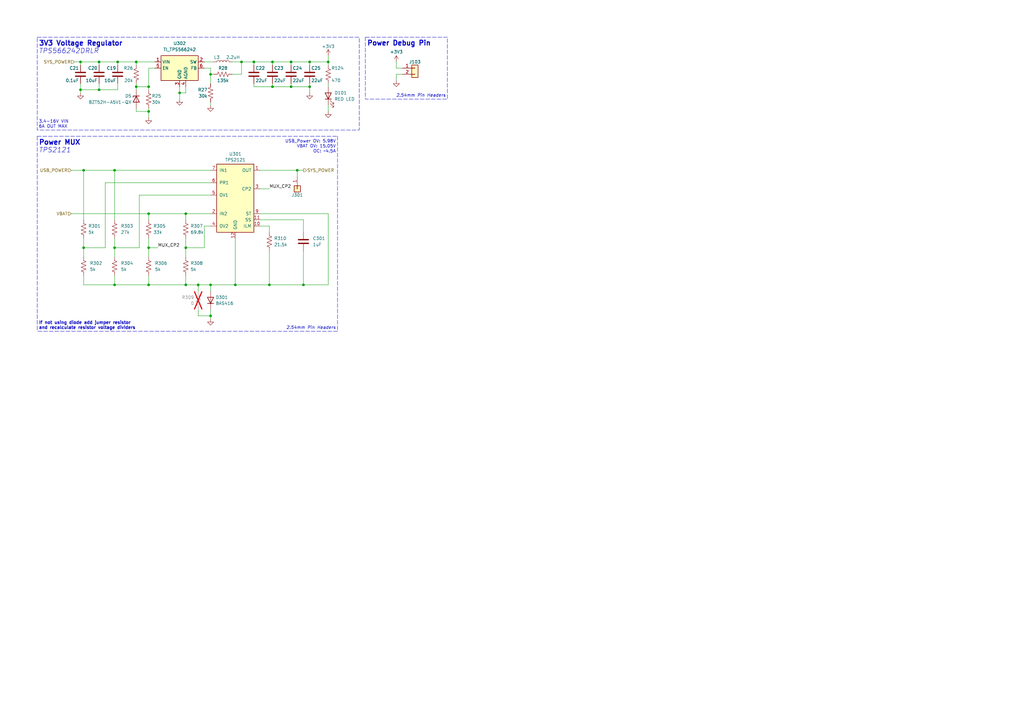
<source format=kicad_sch>
(kicad_sch (version 20230121) (generator eeschema)

  (uuid a3d4693f-0e63-4941-9445-becc1a2c32d1)

  (paper "A3")

  (title_block
    (title "MIDAS Power Circuitry MK1.1")
    (date "2024-09-03")
    (rev "B")
    (company "Illinois Space Society")
    (comment 3 "Oviya Jeyaprakash, Tom Hong, David Zhang")
    (comment 4 "Contributors: Peter Giannetos, Quinn Athas, Zachary Martin, Patrick Cassino, ")
  )

  (lib_symbols
    (symbol "Connector_Generic:Conn_01x01" (pin_names (offset 1.016) hide) (in_bom yes) (on_board yes)
      (property "Reference" "J" (at 0 2.54 0)
        (effects (font (size 1.27 1.27)))
      )
      (property "Value" "Conn_01x01" (at 0 -2.54 0)
        (effects (font (size 1.27 1.27)))
      )
      (property "Footprint" "" (at 0 0 0)
        (effects (font (size 1.27 1.27)) hide)
      )
      (property "Datasheet" "~" (at 0 0 0)
        (effects (font (size 1.27 1.27)) hide)
      )
      (property "ki_keywords" "connector" (at 0 0 0)
        (effects (font (size 1.27 1.27)) hide)
      )
      (property "ki_description" "Generic connector, single row, 01x01, script generated (kicad-library-utils/schlib/autogen/connector/)" (at 0 0 0)
        (effects (font (size 1.27 1.27)) hide)
      )
      (property "ki_fp_filters" "Connector*:*_1x??_*" (at 0 0 0)
        (effects (font (size 1.27 1.27)) hide)
      )
      (symbol "Conn_01x01_1_1"
        (rectangle (start -1.27 0.127) (end 0 -0.127)
          (stroke (width 0.1524) (type default))
          (fill (type none))
        )
        (rectangle (start -1.27 1.27) (end 1.27 -1.27)
          (stroke (width 0.254) (type default))
          (fill (type background))
        )
        (pin passive line (at -5.08 0 0) (length 3.81)
          (name "Pin_1" (effects (font (size 1.27 1.27))))
          (number "1" (effects (font (size 1.27 1.27))))
        )
      )
    )
    (symbol "Connector_Generic:Conn_01x02" (pin_names (offset 1.016) hide) (in_bom yes) (on_board yes)
      (property "Reference" "J" (at 0 2.54 0)
        (effects (font (size 1.27 1.27)))
      )
      (property "Value" "Conn_01x02" (at 0 -5.08 0)
        (effects (font (size 1.27 1.27)))
      )
      (property "Footprint" "" (at 0 0 0)
        (effects (font (size 1.27 1.27)) hide)
      )
      (property "Datasheet" "~" (at 0 0 0)
        (effects (font (size 1.27 1.27)) hide)
      )
      (property "ki_keywords" "connector" (at 0 0 0)
        (effects (font (size 1.27 1.27)) hide)
      )
      (property "ki_description" "Generic connector, single row, 01x02, script generated (kicad-library-utils/schlib/autogen/connector/)" (at 0 0 0)
        (effects (font (size 1.27 1.27)) hide)
      )
      (property "ki_fp_filters" "Connector*:*_1x??_*" (at 0 0 0)
        (effects (font (size 1.27 1.27)) hide)
      )
      (symbol "Conn_01x02_1_1"
        (rectangle (start -1.27 -2.413) (end 0 -2.667)
          (stroke (width 0.1524) (type default))
          (fill (type none))
        )
        (rectangle (start -1.27 0.127) (end 0 -0.127)
          (stroke (width 0.1524) (type default))
          (fill (type none))
        )
        (rectangle (start -1.27 1.27) (end 1.27 -3.81)
          (stroke (width 0.254) (type default))
          (fill (type background))
        )
        (pin passive line (at -5.08 0 0) (length 3.81)
          (name "Pin_1" (effects (font (size 1.27 1.27))))
          (number "1" (effects (font (size 1.27 1.27))))
        )
        (pin passive line (at -5.08 -2.54 0) (length 3.81)
          (name "Pin_2" (effects (font (size 1.27 1.27))))
          (number "2" (effects (font (size 1.27 1.27))))
        )
      )
    )
    (symbol "Device:C" (pin_numbers hide) (pin_names (offset 0.254)) (in_bom yes) (on_board yes)
      (property "Reference" "C" (at 0.635 2.54 0)
        (effects (font (size 1.27 1.27)) (justify left))
      )
      (property "Value" "C" (at 0.635 -2.54 0)
        (effects (font (size 1.27 1.27)) (justify left))
      )
      (property "Footprint" "" (at 0.9652 -3.81 0)
        (effects (font (size 1.27 1.27)) hide)
      )
      (property "Datasheet" "~" (at 0 0 0)
        (effects (font (size 1.27 1.27)) hide)
      )
      (property "ki_keywords" "cap capacitor" (at 0 0 0)
        (effects (font (size 1.27 1.27)) hide)
      )
      (property "ki_description" "Unpolarized capacitor" (at 0 0 0)
        (effects (font (size 1.27 1.27)) hide)
      )
      (property "ki_fp_filters" "C_*" (at 0 0 0)
        (effects (font (size 1.27 1.27)) hide)
      )
      (symbol "C_0_1"
        (polyline
          (pts
            (xy -2.032 -0.762)
            (xy 2.032 -0.762)
          )
          (stroke (width 0.508) (type default))
          (fill (type none))
        )
        (polyline
          (pts
            (xy -2.032 0.762)
            (xy 2.032 0.762)
          )
          (stroke (width 0.508) (type default))
          (fill (type none))
        )
      )
      (symbol "C_1_1"
        (pin passive line (at 0 3.81 270) (length 2.794)
          (name "~" (effects (font (size 1.27 1.27))))
          (number "1" (effects (font (size 1.27 1.27))))
        )
        (pin passive line (at 0 -3.81 90) (length 2.794)
          (name "~" (effects (font (size 1.27 1.27))))
          (number "2" (effects (font (size 1.27 1.27))))
        )
      )
    )
    (symbol "Device:D" (pin_numbers hide) (pin_names (offset 1.016) hide) (in_bom yes) (on_board yes)
      (property "Reference" "D" (at 0 2.54 0)
        (effects (font (size 1.27 1.27)))
      )
      (property "Value" "D" (at 0 -2.54 0)
        (effects (font (size 1.27 1.27)))
      )
      (property "Footprint" "" (at 0 0 0)
        (effects (font (size 1.27 1.27)) hide)
      )
      (property "Datasheet" "~" (at 0 0 0)
        (effects (font (size 1.27 1.27)) hide)
      )
      (property "Sim.Device" "D" (at 0 0 0)
        (effects (font (size 1.27 1.27)) hide)
      )
      (property "Sim.Pins" "1=K 2=A" (at 0 0 0)
        (effects (font (size 1.27 1.27)) hide)
      )
      (property "ki_keywords" "diode" (at 0 0 0)
        (effects (font (size 1.27 1.27)) hide)
      )
      (property "ki_description" "Diode" (at 0 0 0)
        (effects (font (size 1.27 1.27)) hide)
      )
      (property "ki_fp_filters" "TO-???* *_Diode_* *SingleDiode* D_*" (at 0 0 0)
        (effects (font (size 1.27 1.27)) hide)
      )
      (symbol "D_0_1"
        (polyline
          (pts
            (xy -1.27 1.27)
            (xy -1.27 -1.27)
          )
          (stroke (width 0.254) (type default))
          (fill (type none))
        )
        (polyline
          (pts
            (xy 1.27 0)
            (xy -1.27 0)
          )
          (stroke (width 0) (type default))
          (fill (type none))
        )
        (polyline
          (pts
            (xy 1.27 1.27)
            (xy 1.27 -1.27)
            (xy -1.27 0)
            (xy 1.27 1.27)
          )
          (stroke (width 0.254) (type default))
          (fill (type none))
        )
      )
      (symbol "D_1_1"
        (pin passive line (at -3.81 0 0) (length 2.54)
          (name "K" (effects (font (size 1.27 1.27))))
          (number "1" (effects (font (size 1.27 1.27))))
        )
        (pin passive line (at 3.81 0 180) (length 2.54)
          (name "A" (effects (font (size 1.27 1.27))))
          (number "2" (effects (font (size 1.27 1.27))))
        )
      )
    )
    (symbol "Device:D_Zener" (pin_numbers hide) (pin_names (offset 1.016) hide) (in_bom yes) (on_board yes)
      (property "Reference" "D" (at 0 2.54 0)
        (effects (font (size 1.27 1.27)))
      )
      (property "Value" "D_Zener" (at 0 -2.54 0)
        (effects (font (size 1.27 1.27)))
      )
      (property "Footprint" "" (at 0 0 0)
        (effects (font (size 1.27 1.27)) hide)
      )
      (property "Datasheet" "~" (at 0 0 0)
        (effects (font (size 1.27 1.27)) hide)
      )
      (property "ki_keywords" "diode" (at 0 0 0)
        (effects (font (size 1.27 1.27)) hide)
      )
      (property "ki_description" "Zener diode" (at 0 0 0)
        (effects (font (size 1.27 1.27)) hide)
      )
      (property "ki_fp_filters" "TO-???* *_Diode_* *SingleDiode* D_*" (at 0 0 0)
        (effects (font (size 1.27 1.27)) hide)
      )
      (symbol "D_Zener_0_1"
        (polyline
          (pts
            (xy 1.27 0)
            (xy -1.27 0)
          )
          (stroke (width 0) (type default))
          (fill (type none))
        )
        (polyline
          (pts
            (xy -1.27 -1.27)
            (xy -1.27 1.27)
            (xy -0.762 1.27)
          )
          (stroke (width 0.254) (type default))
          (fill (type none))
        )
        (polyline
          (pts
            (xy 1.27 -1.27)
            (xy 1.27 1.27)
            (xy -1.27 0)
            (xy 1.27 -1.27)
          )
          (stroke (width 0.254) (type default))
          (fill (type none))
        )
      )
      (symbol "D_Zener_1_1"
        (pin passive line (at -3.81 0 0) (length 2.54)
          (name "K" (effects (font (size 1.27 1.27))))
          (number "1" (effects (font (size 1.27 1.27))))
        )
        (pin passive line (at 3.81 0 180) (length 2.54)
          (name "A" (effects (font (size 1.27 1.27))))
          (number "2" (effects (font (size 1.27 1.27))))
        )
      )
    )
    (symbol "Device:L" (pin_numbers hide) (pin_names (offset 1.016) hide) (in_bom yes) (on_board yes)
      (property "Reference" "L" (at -1.27 0 90)
        (effects (font (size 1.27 1.27)))
      )
      (property "Value" "L" (at 1.905 0 90)
        (effects (font (size 1.27 1.27)))
      )
      (property "Footprint" "" (at 0 0 0)
        (effects (font (size 1.27 1.27)) hide)
      )
      (property "Datasheet" "~" (at 0 0 0)
        (effects (font (size 1.27 1.27)) hide)
      )
      (property "ki_keywords" "inductor choke coil reactor magnetic" (at 0 0 0)
        (effects (font (size 1.27 1.27)) hide)
      )
      (property "ki_description" "Inductor" (at 0 0 0)
        (effects (font (size 1.27 1.27)) hide)
      )
      (property "ki_fp_filters" "Choke_* *Coil* Inductor_* L_*" (at 0 0 0)
        (effects (font (size 1.27 1.27)) hide)
      )
      (symbol "L_0_1"
        (arc (start 0 -2.54) (mid 0.6323 -1.905) (end 0 -1.27)
          (stroke (width 0) (type default))
          (fill (type none))
        )
        (arc (start 0 -1.27) (mid 0.6323 -0.635) (end 0 0)
          (stroke (width 0) (type default))
          (fill (type none))
        )
        (arc (start 0 0) (mid 0.6323 0.635) (end 0 1.27)
          (stroke (width 0) (type default))
          (fill (type none))
        )
        (arc (start 0 1.27) (mid 0.6323 1.905) (end 0 2.54)
          (stroke (width 0) (type default))
          (fill (type none))
        )
      )
      (symbol "L_1_1"
        (pin passive line (at 0 3.81 270) (length 1.27)
          (name "1" (effects (font (size 1.27 1.27))))
          (number "1" (effects (font (size 1.27 1.27))))
        )
        (pin passive line (at 0 -3.81 90) (length 1.27)
          (name "2" (effects (font (size 1.27 1.27))))
          (number "2" (effects (font (size 1.27 1.27))))
        )
      )
    )
    (symbol "Device:LED" (pin_numbers hide) (pin_names (offset 1.016) hide) (in_bom yes) (on_board yes)
      (property "Reference" "D" (at 0 2.54 0)
        (effects (font (size 1.27 1.27)))
      )
      (property "Value" "LED" (at 0 -2.54 0)
        (effects (font (size 1.27 1.27)))
      )
      (property "Footprint" "" (at 0 0 0)
        (effects (font (size 1.27 1.27)) hide)
      )
      (property "Datasheet" "~" (at 0 0 0)
        (effects (font (size 1.27 1.27)) hide)
      )
      (property "ki_keywords" "LED diode" (at 0 0 0)
        (effects (font (size 1.27 1.27)) hide)
      )
      (property "ki_description" "Light emitting diode" (at 0 0 0)
        (effects (font (size 1.27 1.27)) hide)
      )
      (property "ki_fp_filters" "LED* LED_SMD:* LED_THT:*" (at 0 0 0)
        (effects (font (size 1.27 1.27)) hide)
      )
      (symbol "LED_0_1"
        (polyline
          (pts
            (xy -1.27 -1.27)
            (xy -1.27 1.27)
          )
          (stroke (width 0.254) (type default))
          (fill (type none))
        )
        (polyline
          (pts
            (xy -1.27 0)
            (xy 1.27 0)
          )
          (stroke (width 0) (type default))
          (fill (type none))
        )
        (polyline
          (pts
            (xy 1.27 -1.27)
            (xy 1.27 1.27)
            (xy -1.27 0)
            (xy 1.27 -1.27)
          )
          (stroke (width 0.254) (type default))
          (fill (type none))
        )
        (polyline
          (pts
            (xy -3.048 -0.762)
            (xy -4.572 -2.286)
            (xy -3.81 -2.286)
            (xy -4.572 -2.286)
            (xy -4.572 -1.524)
          )
          (stroke (width 0) (type default))
          (fill (type none))
        )
        (polyline
          (pts
            (xy -1.778 -0.762)
            (xy -3.302 -2.286)
            (xy -2.54 -2.286)
            (xy -3.302 -2.286)
            (xy -3.302 -1.524)
          )
          (stroke (width 0) (type default))
          (fill (type none))
        )
      )
      (symbol "LED_1_1"
        (pin passive line (at -3.81 0 0) (length 2.54)
          (name "K" (effects (font (size 1.27 1.27))))
          (number "1" (effects (font (size 1.27 1.27))))
        )
        (pin passive line (at 3.81 0 180) (length 2.54)
          (name "A" (effects (font (size 1.27 1.27))))
          (number "2" (effects (font (size 1.27 1.27))))
        )
      )
    )
    (symbol "Device:R_US" (pin_numbers hide) (pin_names (offset 0)) (in_bom yes) (on_board yes)
      (property "Reference" "R" (at 2.54 0 90)
        (effects (font (size 1.27 1.27)))
      )
      (property "Value" "R_US" (at -2.54 0 90)
        (effects (font (size 1.27 1.27)))
      )
      (property "Footprint" "" (at 1.016 -0.254 90)
        (effects (font (size 1.27 1.27)) hide)
      )
      (property "Datasheet" "~" (at 0 0 0)
        (effects (font (size 1.27 1.27)) hide)
      )
      (property "ki_keywords" "R res resistor" (at 0 0 0)
        (effects (font (size 1.27 1.27)) hide)
      )
      (property "ki_description" "Resistor, US symbol" (at 0 0 0)
        (effects (font (size 1.27 1.27)) hide)
      )
      (property "ki_fp_filters" "R_*" (at 0 0 0)
        (effects (font (size 1.27 1.27)) hide)
      )
      (symbol "R_US_0_1"
        (polyline
          (pts
            (xy 0 -2.286)
            (xy 0 -2.54)
          )
          (stroke (width 0) (type default))
          (fill (type none))
        )
        (polyline
          (pts
            (xy 0 2.286)
            (xy 0 2.54)
          )
          (stroke (width 0) (type default))
          (fill (type none))
        )
        (polyline
          (pts
            (xy 0 -0.762)
            (xy 1.016 -1.143)
            (xy 0 -1.524)
            (xy -1.016 -1.905)
            (xy 0 -2.286)
          )
          (stroke (width 0) (type default))
          (fill (type none))
        )
        (polyline
          (pts
            (xy 0 0.762)
            (xy 1.016 0.381)
            (xy 0 0)
            (xy -1.016 -0.381)
            (xy 0 -0.762)
          )
          (stroke (width 0) (type default))
          (fill (type none))
        )
        (polyline
          (pts
            (xy 0 2.286)
            (xy 1.016 1.905)
            (xy 0 1.524)
            (xy -1.016 1.143)
            (xy 0 0.762)
          )
          (stroke (width 0) (type default))
          (fill (type none))
        )
      )
      (symbol "R_US_1_1"
        (pin passive line (at 0 3.81 270) (length 1.27)
          (name "~" (effects (font (size 1.27 1.27))))
          (number "1" (effects (font (size 1.27 1.27))))
        )
        (pin passive line (at 0 -3.81 90) (length 1.27)
          (name "~" (effects (font (size 1.27 1.27))))
          (number "2" (effects (font (size 1.27 1.27))))
        )
      )
    )
    (symbol "GND_1" (power) (pin_names (offset 0)) (in_bom yes) (on_board yes)
      (property "Reference" "#PWR" (at 0 -6.35 0)
        (effects (font (size 1.27 1.27)) hide)
      )
      (property "Value" "GND_1" (at 0 -3.81 0)
        (effects (font (size 1.27 1.27)))
      )
      (property "Footprint" "" (at 0 0 0)
        (effects (font (size 1.27 1.27)) hide)
      )
      (property "Datasheet" "" (at 0 0 0)
        (effects (font (size 1.27 1.27)) hide)
      )
      (property "ki_keywords" "global power" (at 0 0 0)
        (effects (font (size 1.27 1.27)) hide)
      )
      (property "ki_description" "Power symbol creates a global label with name \"GND\" , ground" (at 0 0 0)
        (effects (font (size 1.27 1.27)) hide)
      )
      (symbol "GND_1_0_1"
        (polyline
          (pts
            (xy 0 0)
            (xy 0 -1.27)
            (xy 1.27 -1.27)
            (xy 0 -2.54)
            (xy -1.27 -1.27)
            (xy 0 -1.27)
          )
          (stroke (width 0) (type default))
          (fill (type none))
        )
      )
      (symbol "GND_1_1_1"
        (pin power_in line (at 0 0 270) (length 0) hide
          (name "GND" (effects (font (size 1.27 1.27))))
          (number "1" (effects (font (size 1.27 1.27))))
        )
      )
    )
    (symbol "Power_MUX:TPS2121" (pin_names (offset 1.016)) (in_bom yes) (on_board yes)
      (property "Reference" "U" (at -6.35 16.51 0)
        (effects (font (size 1.27 1.27)))
      )
      (property "Value" "TPS2121" (at 3.81 16.51 0)
        (effects (font (size 1.27 1.27)))
      )
      (property "Footprint" "Package_VQFN:VQFN-HR-RUX0012A" (at 0 -20.32 0)
        (effects (font (size 1.27 1.27)) hide)
      )
      (property "Datasheet" "https://www.ti.com/product/TPS2121" (at 0 -22.86 0)
        (effects (font (size 1.27 1.27)) hide)
      )
      (property "ki_keywords" "2.7V to 22V 56mΩ 4.5A power mux with seamless switchover 2 inputs" (at 0 0 0)
        (effects (font (size 1.27 1.27)) hide)
      )
      (property "ki_description" "2.7V to 22V, 56-mΩ, 4.5A, power mux with seamless switchover, 2 inputs" (at 0 0 0)
        (effects (font (size 1.27 1.27)) hide)
      )
      (symbol "TPS2121_0_0"
        (rectangle (start -7.62 15.24) (end 7.62 -12.7)
          (stroke (width 0.254) (type default))
          (fill (type background))
        )
        (pin output line (at 10.16 -10.16 180) (length 2.54)
          (name "ILM" (effects (font (size 1.27 1.27))))
          (number "10" (effects (font (size 1.27 1.27))))
        )
        (pin output line (at 10.16 -7.62 180) (length 2.54)
          (name "SS" (effects (font (size 1.27 1.27))))
          (number "11" (effects (font (size 1.27 1.27))))
        )
        (pin power_in line (at 0 -15.24 90) (length 2.54)
          (name "GND" (effects (font (size 1.27 1.27))))
          (number "12" (effects (font (size 1.27 1.27))))
        )
        (pin power_in line (at -10.16 -5.08 0) (length 2.54)
          (name "IN2" (effects (font (size 1.27 1.27))))
          (number "2" (effects (font (size 1.27 1.27))))
        )
        (pin input line (at 10.16 5.08 180) (length 2.54)
          (name "CP2" (effects (font (size 1.27 1.27))))
          (number "3" (effects (font (size 1.27 1.27))))
        )
        (pin input line (at -10.16 -10.16 0) (length 2.54)
          (name "OV2" (effects (font (size 1.27 1.27))))
          (number "4" (effects (font (size 1.27 1.27))))
        )
        (pin input line (at -10.16 2.54 0) (length 2.54)
          (name "OV1" (effects (font (size 1.27 1.27))))
          (number "5" (effects (font (size 1.27 1.27))))
        )
        (pin input line (at -10.16 7.62 0) (length 2.54)
          (name "PR1" (effects (font (size 1.27 1.27))))
          (number "6" (effects (font (size 1.27 1.27))))
        )
        (pin power_in line (at -10.16 12.7 0) (length 2.54)
          (name "IN1" (effects (font (size 1.27 1.27))))
          (number "7" (effects (font (size 1.27 1.27))))
        )
        (pin output line (at 10.16 -5.08 180) (length 2.54)
          (name "ST" (effects (font (size 1.27 1.27))))
          (number "9" (effects (font (size 1.27 1.27))))
        )
      )
      (symbol "TPS2121_1_0"
        (pin power_out line (at 10.16 12.7 180) (length 2.54)
          (name "OUT" (effects (font (size 1.27 1.27))))
          (number "1" (effects (font (size 1.27 1.27))))
        )
        (pin power_out line (at 10.16 12.7 180) (length 2.54) hide
          (name "OUT" (effects (font (size 1.27 1.27))))
          (number "8" (effects (font (size 1.27 1.27))))
        )
      )
    )
    (symbol "Regulator_Texas:TI_TPS566242" (in_bom yes) (on_board yes)
      (property "Reference" "U" (at 0 10.16 0)
        (effects (font (size 1.27 1.27)))
      )
      (property "Value" "TI_TPS566242" (at 0 7.62 0)
        (effects (font (size 1.27 1.27)))
      )
      (property "Footprint" "Package_TO_SOT_SMD:SOT-563" (at 0 -12.7 0)
        (effects (font (size 1.27 1.27)) hide)
      )
      (property "Datasheet" "https://www.ti.com/lit/ds/symlink/tps566242.pdf" (at 0 -10.16 0)
        (effects (font (size 1.27 1.27)) hide)
      )
      (property "ki_keywords" "Regulator Buck Converter Texas Instruments TI 3-16V 0.6-7V" (at 0 0 0)
        (effects (font (size 1.27 1.27)) hide)
      )
      (property "ki_description" "6A Synchronous Buck Converter, 3-16V Input, 0.6-7-V Output" (at 0 0 0)
        (effects (font (size 1.27 1.27)) hide)
      )
      (symbol "TI_TPS566242_0_0"
        (pin input line (at -10.16 2.54 0) (length 2.54)
          (name "VIN" (effects (font (size 1.27 1.27))))
          (number "1" (effects (font (size 1.27 1.27))))
        )
        (pin power_in line (at 0 -7.62 90) (length 2.54)
          (name "GND" (effects (font (size 1.27 1.27))))
          (number "3" (effects (font (size 1.27 1.27))))
        )
        (pin power_in line (at 2.54 -7.62 90) (length 2.54)
          (name "AGND" (effects (font (size 1.27 1.27))))
          (number "4" (effects (font (size 1.27 1.27))))
        )
      )
      (symbol "TI_TPS566242_1_0"
        (pin input line (at 10.16 2.54 180) (length 2.54)
          (name "SW" (effects (font (size 1.27 1.27))))
          (number "2" (effects (font (size 1.27 1.27))))
        )
        (pin output line (at -10.16 0 0) (length 2.54)
          (name "EN" (effects (font (size 1.27 1.27))))
          (number "5" (effects (font (size 1.27 1.27))))
        )
        (pin input line (at 10.16 0 180) (length 2.54)
          (name "FB" (effects (font (size 1.27 1.27))))
          (number "6" (effects (font (size 1.27 1.27))))
        )
      )
      (symbol "TI_TPS566242_1_1"
        (rectangle (start -7.62 5.08) (end 7.62 -5.08)
          (stroke (width 0.254) (type default))
          (fill (type background))
        )
      )
    )
    (symbol "power:+3V3" (power) (pin_names (offset 0)) (in_bom yes) (on_board yes)
      (property "Reference" "#PWR" (at 0 -3.81 0)
        (effects (font (size 1.27 1.27)) hide)
      )
      (property "Value" "+3V3" (at 0 3.556 0)
        (effects (font (size 1.27 1.27)))
      )
      (property "Footprint" "" (at 0 0 0)
        (effects (font (size 1.27 1.27)) hide)
      )
      (property "Datasheet" "" (at 0 0 0)
        (effects (font (size 1.27 1.27)) hide)
      )
      (property "ki_keywords" "global power" (at 0 0 0)
        (effects (font (size 1.27 1.27)) hide)
      )
      (property "ki_description" "Power symbol creates a global label with name \"+3V3\"" (at 0 0 0)
        (effects (font (size 1.27 1.27)) hide)
      )
      (symbol "+3V3_0_1"
        (polyline
          (pts
            (xy -0.762 1.27)
            (xy 0 2.54)
          )
          (stroke (width 0) (type default))
          (fill (type none))
        )
        (polyline
          (pts
            (xy 0 0)
            (xy 0 2.54)
          )
          (stroke (width 0) (type default))
          (fill (type none))
        )
        (polyline
          (pts
            (xy 0 2.54)
            (xy 0.762 1.27)
          )
          (stroke (width 0) (type default))
          (fill (type none))
        )
      )
      (symbol "+3V3_1_1"
        (pin power_in line (at 0 0 90) (length 0) hide
          (name "+3V3" (effects (font (size 1.27 1.27))))
          (number "1" (effects (font (size 1.27 1.27))))
        )
      )
    )
    (symbol "power:GND" (power) (pin_names (offset 0)) (in_bom yes) (on_board yes)
      (property "Reference" "#PWR" (at 0 -6.35 0)
        (effects (font (size 1.27 1.27)) hide)
      )
      (property "Value" "GND" (at 0 -3.81 0)
        (effects (font (size 1.27 1.27)))
      )
      (property "Footprint" "" (at 0 0 0)
        (effects (font (size 1.27 1.27)) hide)
      )
      (property "Datasheet" "" (at 0 0 0)
        (effects (font (size 1.27 1.27)) hide)
      )
      (property "ki_keywords" "power-flag" (at 0 0 0)
        (effects (font (size 1.27 1.27)) hide)
      )
      (property "ki_description" "Power symbol creates a global label with name \"GND\" , ground" (at 0 0 0)
        (effects (font (size 1.27 1.27)) hide)
      )
      (symbol "GND_0_1"
        (polyline
          (pts
            (xy 0 0)
            (xy 0 -1.27)
            (xy 1.27 -1.27)
            (xy 0 -2.54)
            (xy -1.27 -1.27)
            (xy 0 -1.27)
          )
          (stroke (width 0) (type default))
          (fill (type none))
        )
      )
      (symbol "GND_1_1"
        (pin power_in line (at 0 0 270) (length 0) hide
          (name "GND" (effects (font (size 1.27 1.27))))
          (number "1" (effects (font (size 1.27 1.27))))
        )
      )
    )
  )

  (junction (at 76.2 87.63) (diameter 0) (color 0 0 0 0)
    (uuid 04ca0a77-b73f-40bd-8ec3-f76415c67001)
  )
  (junction (at 110.49 116.84) (diameter 0) (color 0 0 0 0)
    (uuid 06df0253-e5da-4c3a-a2bd-6e1d986790e1)
  )
  (junction (at 119.38 35.56) (diameter 0) (color 0 0 0 0)
    (uuid 0db874d3-782b-414b-962f-17b7db5caf45)
  )
  (junction (at 134.62 25.4) (diameter 0) (color 0 0 0 0)
    (uuid 18cb8081-397d-4ac3-aba6-48ee9e84fae7)
  )
  (junction (at 76.2 116.84) (diameter 0) (color 0 0 0 0)
    (uuid 1db8b8c5-6c04-4e50-b194-be17dc46fb03)
  )
  (junction (at 40.64 25.4) (diameter 0) (color 0 0 0 0)
    (uuid 20af3b9e-414c-4940-8495-d55ea8fe689f)
  )
  (junction (at 46.99 116.84) (diameter 0) (color 0 0 0 0)
    (uuid 210a263b-dd6c-4f2b-835c-7b9235095e01)
  )
  (junction (at 46.99 101.6) (diameter 0) (color 0 0 0 0)
    (uuid 227344c5-3a1a-4a1f-bb01-1739ce555fa5)
  )
  (junction (at 34.29 69.85) (diameter 0) (color 0 0 0 0)
    (uuid 253ea336-76a8-4f7e-a7c8-3e2ea215e8d8)
  )
  (junction (at 96.52 116.84) (diameter 0) (color 0 0 0 0)
    (uuid 25f4fa70-a19c-4c63-ac79-d12605a35a42)
  )
  (junction (at 127 25.4) (diameter 0) (color 0 0 0 0)
    (uuid 26465630-f0fc-4193-9f97-aa8fb7598a98)
  )
  (junction (at 76.2 101.6) (diameter 0) (color 0 0 0 0)
    (uuid 3f00a802-afe9-40e8-acca-b372420364f2)
  )
  (junction (at 119.38 25.4) (diameter 0) (color 0 0 0 0)
    (uuid 455f3903-7698-4a03-ab02-09ec9290f35f)
  )
  (junction (at 111.76 25.4) (diameter 0) (color 0 0 0 0)
    (uuid 47df06e7-89da-432c-8ee7-ae88651113fc)
  )
  (junction (at 33.02 36.83) (diameter 0) (color 0 0 0 0)
    (uuid 56c89aea-dc7f-4a8b-9592-056240e4168f)
  )
  (junction (at 86.36 30.48) (diameter 0) (color 0 0 0 0)
    (uuid 6ca467c5-3ff4-4471-8c3c-715f9b4cb714)
  )
  (junction (at 86.36 116.84) (diameter 0) (color 0 0 0 0)
    (uuid 75536414-40a0-455d-884d-9b158c58f691)
  )
  (junction (at 55.88 25.4) (diameter 0) (color 0 0 0 0)
    (uuid 75b67c28-46f6-493c-8c32-0c5379673126)
  )
  (junction (at 86.36 129.54) (diameter 0) (color 0 0 0 0)
    (uuid 7e6a746b-0395-4248-a472-864315e02579)
  )
  (junction (at 60.96 87.63) (diameter 0) (color 0 0 0 0)
    (uuid 9c2b2683-ea71-4ded-aefc-7be6c665a808)
  )
  (junction (at 127 35.56) (diameter 0) (color 0 0 0 0)
    (uuid a07f08ac-4ff9-4097-829f-33ddc7ea94ee)
  )
  (junction (at 60.96 35.56) (diameter 0) (color 0 0 0 0)
    (uuid a2caeef7-6adf-4cab-8e31-78196776492b)
  )
  (junction (at 60.96 101.6) (diameter 0) (color 0 0 0 0)
    (uuid aa023ad7-9751-47d4-8267-52922694a653)
  )
  (junction (at 104.14 25.4) (diameter 0) (color 0 0 0 0)
    (uuid aabdb80b-9e95-4603-85d9-b2f0c85bd118)
  )
  (junction (at 48.26 25.4) (diameter 0) (color 0 0 0 0)
    (uuid aeedf9bb-f099-4c66-bcbf-9f382f0da698)
  )
  (junction (at 60.96 45.72) (diameter 0) (color 0 0 0 0)
    (uuid afa02665-0da9-45d5-a914-5379c7e933c1)
  )
  (junction (at 46.99 69.85) (diameter 0) (color 0 0 0 0)
    (uuid b93f0ed9-b217-4c19-877f-319642e2c92e)
  )
  (junction (at 34.29 101.6) (diameter 0) (color 0 0 0 0)
    (uuid b97c3f1a-f2fe-4de3-9e05-121a78ddff44)
  )
  (junction (at 81.28 116.84) (diameter 0) (color 0 0 0 0)
    (uuid c0e22ffe-0780-4714-b841-69b610fc3e08)
  )
  (junction (at 73.66 38.1) (diameter 0) (color 0 0 0 0)
    (uuid c4653a06-00ed-4c43-8967-2ab6ff0c2fac)
  )
  (junction (at 99.06 25.4) (diameter 0) (color 0 0 0 0)
    (uuid ca471344-2a5f-48ee-a5d4-b88b5abe4a4c)
  )
  (junction (at 121.92 69.85) (diameter 0) (color 0 0 0 0)
    (uuid cb6dfdfe-7bb2-424d-b5be-2bc0d0df73e2)
  )
  (junction (at 33.02 25.4) (diameter 0) (color 0 0 0 0)
    (uuid dd78c6b3-de0b-4164-95b3-a98e3f6334b5)
  )
  (junction (at 124.46 116.84) (diameter 0) (color 0 0 0 0)
    (uuid e3261061-e4fe-423f-83a3-2b31210b21d5)
  )
  (junction (at 55.88 35.56) (diameter 0) (color 0 0 0 0)
    (uuid e56444e3-1654-4007-a40c-5b276e067442)
  )
  (junction (at 40.64 36.83) (diameter 0) (color 0 0 0 0)
    (uuid edab02c0-d5ca-467b-9a0d-196f327aa751)
  )
  (junction (at 60.96 116.84) (diameter 0) (color 0 0 0 0)
    (uuid fd745ccd-37da-4732-b06b-4ffaea0ab10b)
  )
  (junction (at 111.76 35.56) (diameter 0) (color 0 0 0 0)
    (uuid ff0d4fc5-02f6-4f37-9e19-3c3e1e752250)
  )

  (wire (pts (xy 95.25 30.48) (xy 99.06 30.48))
    (stroke (width 0) (type default))
    (uuid 013ed406-3a26-4022-9229-d71127759555)
  )
  (wire (pts (xy 134.62 34.29) (xy 134.62 35.56))
    (stroke (width 0) (type default))
    (uuid 043b9b1c-bdfe-40b4-8705-effd91356edf)
  )
  (wire (pts (xy 127 38.1) (xy 127 35.56))
    (stroke (width 0) (type default))
    (uuid 08a16e87-1127-47d2-be63-92fe697a4355)
  )
  (wire (pts (xy 55.88 25.4) (xy 55.88 26.67))
    (stroke (width 0) (type default))
    (uuid 1083b3a5-7bae-494e-9c07-135d156176df)
  )
  (wire (pts (xy 60.96 101.6) (xy 60.96 105.41))
    (stroke (width 0) (type default))
    (uuid 120a05a5-af8d-4a08-a3ca-683a4727ac0b)
  )
  (wire (pts (xy 106.68 77.47) (xy 110.49 77.47))
    (stroke (width 0) (type default))
    (uuid 13df9326-49a1-4e07-bd71-addfcb3950c4)
  )
  (wire (pts (xy 127 35.56) (xy 119.38 35.56))
    (stroke (width 0) (type default))
    (uuid 15442a71-2b76-4046-8f7a-ea2a9ff9ce73)
  )
  (wire (pts (xy 64.77 101.6) (xy 60.96 101.6))
    (stroke (width 0) (type default))
    (uuid 18bec0ce-ac54-4179-bc8c-df8e2eafa9f4)
  )
  (wire (pts (xy 29.21 69.85) (xy 34.29 69.85))
    (stroke (width 0) (type default))
    (uuid 19dfb8a8-34d6-47e7-9cd3-f890329b8f58)
  )
  (wire (pts (xy 76.2 101.6) (xy 83.82 101.6))
    (stroke (width 0) (type default))
    (uuid 1b495c07-55d2-4212-bd94-d7c04f721c6c)
  )
  (wire (pts (xy 110.49 92.71) (xy 110.49 95.25))
    (stroke (width 0) (type default))
    (uuid 20b6289a-3b9e-4ba1-9a84-0a9b68092bea)
  )
  (wire (pts (xy 60.96 113.03) (xy 60.96 116.84))
    (stroke (width 0) (type default))
    (uuid 21118684-7510-442d-a535-cea515ef32bb)
  )
  (wire (pts (xy 110.49 102.87) (xy 110.49 116.84))
    (stroke (width 0) (type default))
    (uuid 22b02c78-a34f-4e0f-b6c3-68a52942bfef)
  )
  (wire (pts (xy 162.56 33.02) (xy 162.56 30.48))
    (stroke (width 0) (type default))
    (uuid 24b39fd5-47a4-422f-8103-31929936099f)
  )
  (wire (pts (xy 83.82 27.94) (xy 86.36 27.94))
    (stroke (width 0) (type default))
    (uuid 282c811b-8368-4bc2-aa24-7dd6215e4337)
  )
  (wire (pts (xy 34.29 113.03) (xy 34.29 116.84))
    (stroke (width 0) (type default))
    (uuid 2bb855b7-c485-4de4-9bc1-68f6b388b3e8)
  )
  (wire (pts (xy 60.96 87.63) (xy 76.2 87.63))
    (stroke (width 0) (type default))
    (uuid 2bc0e6ae-3ef7-426d-8e45-ec4bb600e3f2)
  )
  (wire (pts (xy 48.26 34.29) (xy 48.26 36.83))
    (stroke (width 0) (type default))
    (uuid 2c2feb3c-2425-437f-bcc7-51cbdc701076)
  )
  (wire (pts (xy 134.62 22.86) (xy 134.62 25.4))
    (stroke (width 0) (type default))
    (uuid 2c848bbb-53bd-49cf-93de-7992b02d9bca)
  )
  (wire (pts (xy 33.02 26.67) (xy 33.02 25.4))
    (stroke (width 0) (type default))
    (uuid 2d9b6e40-f27d-475a-996d-f67aadcc5e84)
  )
  (wire (pts (xy 81.28 127) (xy 81.28 129.54))
    (stroke (width 0) (type default))
    (uuid 2dae55fd-4170-490e-8df7-3d847781b8a5)
  )
  (wire (pts (xy 86.36 129.54) (xy 86.36 130.81))
    (stroke (width 0) (type default))
    (uuid 2e13f54c-ea01-48a6-86b7-d58367de64d7)
  )
  (wire (pts (xy 83.82 92.71) (xy 83.82 101.6))
    (stroke (width 0) (type default))
    (uuid 2f4e2fee-09af-4e0d-b51b-ed869627c610)
  )
  (wire (pts (xy 60.96 45.72) (xy 60.96 44.45))
    (stroke (width 0) (type default))
    (uuid 3419bcba-6fbf-43a3-8e2d-6686ea05ac42)
  )
  (polyline (pts (xy 15.24 55.88) (xy 15.24 135.89))
    (stroke (width 0) (type dash))
    (uuid 3c281580-c1e0-440c-8d63-b469a335982e)
  )

  (wire (pts (xy 55.88 25.4) (xy 63.5 25.4))
    (stroke (width 0) (type default))
    (uuid 3cfbae40-eb59-482e-9dd3-68cdc519ba3f)
  )
  (wire (pts (xy 73.66 40.64) (xy 73.66 38.1))
    (stroke (width 0) (type default))
    (uuid 3e5d98a8-336c-43b7-8be8-63c3b30167bd)
  )
  (wire (pts (xy 34.29 116.84) (xy 46.99 116.84))
    (stroke (width 0) (type default))
    (uuid 3e6eeaa8-6aac-43e0-934d-1fbcfde74765)
  )
  (polyline (pts (xy 138.43 55.88) (xy 138.43 135.89))
    (stroke (width 0) (type dash))
    (uuid 3f077889-d024-49e7-ab84-7b28284a2ed9)
  )

  (wire (pts (xy 106.68 87.63) (xy 134.62 87.63))
    (stroke (width 0) (type default))
    (uuid 4246fe3c-8253-4b22-b79e-19937b4f3ba3)
  )
  (wire (pts (xy 104.14 25.4) (xy 111.76 25.4))
    (stroke (width 0) (type default))
    (uuid 433452f5-417d-4950-94f5-3674154c7d19)
  )
  (wire (pts (xy 60.96 35.56) (xy 60.96 36.83))
    (stroke (width 0) (type default))
    (uuid 485a9847-8e1a-4eaa-bad6-85c1a10e9974)
  )
  (polyline (pts (xy 138.43 135.89) (xy 15.24 135.89))
    (stroke (width 0) (type dash))
    (uuid 49f8af60-4f18-47a0-a2ab-7c82391f94d2)
  )

  (wire (pts (xy 33.02 36.83) (xy 33.02 38.1))
    (stroke (width 0) (type default))
    (uuid 4a2b650b-5ac3-4e1d-bfbd-cfe6ed0a848c)
  )
  (wire (pts (xy 76.2 97.79) (xy 76.2 101.6))
    (stroke (width 0) (type default))
    (uuid 4b23e9bf-9d67-4351-874f-f7ee41ffcdd0)
  )
  (wire (pts (xy 119.38 35.56) (xy 111.76 35.56))
    (stroke (width 0) (type default))
    (uuid 4c287f1d-9d61-4fcb-817f-9181642a8aeb)
  )
  (wire (pts (xy 57.15 80.01) (xy 86.36 80.01))
    (stroke (width 0) (type default))
    (uuid 4d2f2d0b-9aae-4305-b4aa-e3f76ef15691)
  )
  (wire (pts (xy 86.36 43.18) (xy 86.36 41.91))
    (stroke (width 0) (type default))
    (uuid 4ef71f5e-278f-455c-b481-a56af4bcc8cc)
  )
  (wire (pts (xy 111.76 25.4) (xy 111.76 26.67))
    (stroke (width 0) (type default))
    (uuid 504fcd99-26e5-4816-9db1-443cfc8e7a4a)
  )
  (wire (pts (xy 40.64 36.83) (xy 48.26 36.83))
    (stroke (width 0) (type default))
    (uuid 521747c7-cd52-474f-a396-78f134c78204)
  )
  (wire (pts (xy 86.36 116.84) (xy 96.52 116.84))
    (stroke (width 0) (type default))
    (uuid 53c76023-3748-4713-a267-1a0e166b318d)
  )
  (wire (pts (xy 43.18 101.6) (xy 34.29 101.6))
    (stroke (width 0) (type default))
    (uuid 53d3dc42-5c18-4c13-b1a7-146a03d81749)
  )
  (wire (pts (xy 127 35.56) (xy 127 34.29))
    (stroke (width 0) (type default))
    (uuid 55545d76-a713-4488-b1aa-b426c18e0b7f)
  )
  (wire (pts (xy 76.2 101.6) (xy 76.2 105.41))
    (stroke (width 0) (type default))
    (uuid 55641089-67fc-4345-8b7b-05162a71a7ba)
  )
  (wire (pts (xy 60.96 27.94) (xy 60.96 35.56))
    (stroke (width 0) (type default))
    (uuid 56fcce69-a588-4772-80ef-0f60d06ba969)
  )
  (wire (pts (xy 46.99 116.84) (xy 60.96 116.84))
    (stroke (width 0) (type default))
    (uuid 59849180-2fc9-4294-a4d9-260b0e643d52)
  )
  (wire (pts (xy 40.64 25.4) (xy 48.26 25.4))
    (stroke (width 0) (type default))
    (uuid 5d14cb61-8ce0-4afe-a736-418be600ff8a)
  )
  (wire (pts (xy 124.46 102.87) (xy 124.46 116.84))
    (stroke (width 0) (type default))
    (uuid 60226ce8-a4bc-4f2a-81b9-b20de32ce203)
  )
  (wire (pts (xy 60.96 116.84) (xy 76.2 116.84))
    (stroke (width 0) (type default))
    (uuid 62e85606-2954-4dab-a291-e53d433bc81d)
  )
  (wire (pts (xy 110.49 116.84) (xy 124.46 116.84))
    (stroke (width 0) (type default))
    (uuid 6377da84-49b9-421d-be15-83eb8d64d4bc)
  )
  (polyline (pts (xy 15.24 55.88) (xy 138.43 55.88))
    (stroke (width 0) (type dash))
    (uuid 64928366-bad7-4139-815b-24916fa66ebd)
  )

  (wire (pts (xy 34.29 101.6) (xy 34.29 105.41))
    (stroke (width 0) (type default))
    (uuid 6522db33-b9ad-460f-bcf9-d269b66c9fa7)
  )
  (wire (pts (xy 57.15 101.6) (xy 57.15 80.01))
    (stroke (width 0) (type default))
    (uuid 68e5b49b-1619-4724-a355-7b05d987d96c)
  )
  (wire (pts (xy 96.52 116.84) (xy 110.49 116.84))
    (stroke (width 0) (type default))
    (uuid 69a35581-801d-48b1-97b6-7e6599369c44)
  )
  (wire (pts (xy 121.92 69.85) (xy 124.46 69.85))
    (stroke (width 0) (type default))
    (uuid 6de4dc38-de84-4715-8c14-f1a33c5c8cf9)
  )
  (wire (pts (xy 86.36 30.48) (xy 87.63 30.48))
    (stroke (width 0) (type default))
    (uuid 725558c9-8a38-49dd-86c6-65ca2e13b1ec)
  )
  (wire (pts (xy 106.68 69.85) (xy 121.92 69.85))
    (stroke (width 0) (type default))
    (uuid 7255cd68-9a88-4c89-a52d-db546627e99b)
  )
  (wire (pts (xy 86.36 116.84) (xy 86.36 119.38))
    (stroke (width 0) (type default))
    (uuid 72e54dd2-3da6-4831-93c7-aa3dcc1693b0)
  )
  (wire (pts (xy 99.06 25.4) (xy 104.14 25.4))
    (stroke (width 0) (type default))
    (uuid 7601e259-b51d-4f82-9a6a-342d51f4db10)
  )
  (wire (pts (xy 86.36 27.94) (xy 86.36 30.48))
    (stroke (width 0) (type default))
    (uuid 77540850-9749-4a1d-845b-494668ad1a0b)
  )
  (wire (pts (xy 119.38 25.4) (xy 127 25.4))
    (stroke (width 0) (type default))
    (uuid 7db31428-df46-4c13-9096-177af0ebfefe)
  )
  (wire (pts (xy 43.18 74.93) (xy 86.36 74.93))
    (stroke (width 0) (type default))
    (uuid 83fafd68-d377-41f7-ae3e-855ad45bf4c3)
  )
  (wire (pts (xy 46.99 113.03) (xy 46.99 116.84))
    (stroke (width 0) (type default))
    (uuid 8557502e-9aa2-46cd-88bc-9a553c426d5e)
  )
  (wire (pts (xy 33.02 25.4) (xy 40.64 25.4))
    (stroke (width 0) (type default))
    (uuid 8868b10d-5a51-4a16-ab53-ef91736c7e1a)
  )
  (wire (pts (xy 43.18 74.93) (xy 43.18 101.6))
    (stroke (width 0) (type default))
    (uuid 8a192b03-8458-46bb-8857-6571f699a1a5)
  )
  (wire (pts (xy 76.2 116.84) (xy 81.28 116.84))
    (stroke (width 0) (type default))
    (uuid 8a4d22af-0318-4076-8388-84ebc19c6817)
  )
  (wire (pts (xy 111.76 25.4) (xy 119.38 25.4))
    (stroke (width 0) (type default))
    (uuid 8ee6fdfa-1cf5-4813-9e9e-7ad6f0e9ec2d)
  )
  (wire (pts (xy 106.68 92.71) (xy 110.49 92.71))
    (stroke (width 0) (type default))
    (uuid 9257f2bf-8907-414d-a5b1-bc74cbf1de20)
  )
  (wire (pts (xy 95.25 25.4) (xy 99.06 25.4))
    (stroke (width 0) (type default))
    (uuid 927d81fc-9504-423e-a3fd-25150e97cbd6)
  )
  (wire (pts (xy 30.48 25.4) (xy 33.02 25.4))
    (stroke (width 0) (type default))
    (uuid 92b35848-5b82-424e-8574-4ed0cbd411b3)
  )
  (wire (pts (xy 111.76 35.56) (xy 104.14 35.56))
    (stroke (width 0) (type default))
    (uuid 93593d07-6552-4738-883a-da14c4f739a1)
  )
  (wire (pts (xy 106.68 90.17) (xy 124.46 90.17))
    (stroke (width 0) (type default))
    (uuid 97d3b926-298f-4dac-8c03-b0207abd2633)
  )
  (wire (pts (xy 134.62 45.72) (xy 134.62 43.18))
    (stroke (width 0) (type default))
    (uuid 9b4d84cf-649e-4da5-9bfa-7049ed698caf)
  )
  (wire (pts (xy 83.82 25.4) (xy 87.63 25.4))
    (stroke (width 0) (type default))
    (uuid 9bc471f4-aa8b-4cd9-81d9-a07c2c8f3ce5)
  )
  (wire (pts (xy 60.96 48.26) (xy 60.96 45.72))
    (stroke (width 0) (type default))
    (uuid 9c179407-d88e-48eb-8624-c55664bd0d58)
  )
  (wire (pts (xy 134.62 116.84) (xy 134.62 87.63))
    (stroke (width 0) (type default))
    (uuid 9d379c20-8de5-479a-b033-e0c236f11486)
  )
  (wire (pts (xy 55.88 34.29) (xy 55.88 35.56))
    (stroke (width 0) (type default))
    (uuid 9e9bd707-e120-4b05-90a9-6e4ec397d102)
  )
  (wire (pts (xy 46.99 101.6) (xy 46.99 105.41))
    (stroke (width 0) (type default))
    (uuid a030f543-01bd-49da-8552-8408e0622a5c)
  )
  (wire (pts (xy 127 25.4) (xy 134.62 25.4))
    (stroke (width 0) (type default))
    (uuid a6d93f29-87f9-40b7-a7aa-ae38b44fd3a1)
  )
  (wire (pts (xy 55.88 44.45) (xy 55.88 45.72))
    (stroke (width 0) (type default))
    (uuid a76e7fd0-0721-4fbd-a6d4-95697e70e212)
  )
  (wire (pts (xy 34.29 97.79) (xy 34.29 101.6))
    (stroke (width 0) (type default))
    (uuid b16a3b2e-98f2-4cff-86f5-1ce347f1b28d)
  )
  (wire (pts (xy 76.2 87.63) (xy 76.2 90.17))
    (stroke (width 0) (type default))
    (uuid bacb69ff-a8aa-4c48-9b93-1be852952751)
  )
  (wire (pts (xy 104.14 25.4) (xy 104.14 26.67))
    (stroke (width 0) (type default))
    (uuid bb3b0ffc-c117-486a-8983-760197cb9bcb)
  )
  (wire (pts (xy 99.06 25.4) (xy 99.06 30.48))
    (stroke (width 0) (type default))
    (uuid beb2f100-b21e-4e14-ac82-61f8cc495ead)
  )
  (wire (pts (xy 40.64 25.4) (xy 40.64 26.67))
    (stroke (width 0) (type default))
    (uuid bf11034d-5cd5-425d-bcc5-7973db83a58b)
  )
  (wire (pts (xy 124.46 116.84) (xy 134.62 116.84))
    (stroke (width 0) (type default))
    (uuid c256c437-9d25-4282-8bb9-d8c3352200b0)
  )
  (wire (pts (xy 86.36 30.48) (xy 86.36 34.29))
    (stroke (width 0) (type default))
    (uuid c52dfd7e-d95b-4486-8d79-ce2bcc55ec9e)
  )
  (wire (pts (xy 46.99 69.85) (xy 86.36 69.85))
    (stroke (width 0) (type default))
    (uuid c59ffdf7-ae78-4911-b0a6-52b154dc49a8)
  )
  (wire (pts (xy 55.88 35.56) (xy 60.96 35.56))
    (stroke (width 0) (type default))
    (uuid c6756a3a-9c4c-41b0-a6bc-b9ba5d1d04ee)
  )
  (wire (pts (xy 76.2 35.56) (xy 76.2 38.1))
    (stroke (width 0) (type default))
    (uuid c6782741-ef5c-4aca-bb8d-7c0a95608049)
  )
  (wire (pts (xy 73.66 35.56) (xy 73.66 38.1))
    (stroke (width 0) (type default))
    (uuid c86a25fb-0875-47e1-9f34-f6fd188c6c08)
  )
  (wire (pts (xy 127 25.4) (xy 127 26.67))
    (stroke (width 0) (type default))
    (uuid c8950f66-151f-4237-82b9-99ad874d9560)
  )
  (wire (pts (xy 33.02 36.83) (xy 40.64 36.83))
    (stroke (width 0) (type default))
    (uuid ccaa22f8-a97a-4e21-a362-9adf0e06ceda)
  )
  (wire (pts (xy 55.88 35.56) (xy 55.88 36.83))
    (stroke (width 0) (type default))
    (uuid cfdd296c-cf85-4542-9431-17fa8111747b)
  )
  (wire (pts (xy 48.26 25.4) (xy 55.88 25.4))
    (stroke (width 0) (type default))
    (uuid d0532c79-011b-4352-992e-28090de64aee)
  )
  (wire (pts (xy 60.96 97.79) (xy 60.96 101.6))
    (stroke (width 0) (type default))
    (uuid d2b00c76-649d-45ad-a43f-88e05ea5aebc)
  )
  (wire (pts (xy 34.29 69.85) (xy 34.29 90.17))
    (stroke (width 0) (type default))
    (uuid d3a285be-6c83-4ad2-a433-b3f70166f550)
  )
  (wire (pts (xy 33.02 34.29) (xy 33.02 36.83))
    (stroke (width 0) (type default))
    (uuid d54ad0c4-20e7-40b1-9f66-f475b14eb56f)
  )
  (wire (pts (xy 119.38 34.29) (xy 119.38 35.56))
    (stroke (width 0) (type default))
    (uuid d70b196b-ecc5-4e9b-b69e-e84b6430f27f)
  )
  (wire (pts (xy 76.2 38.1) (xy 73.66 38.1))
    (stroke (width 0) (type default))
    (uuid d85e235c-8bb5-49ff-87a3-46f1b5f321bf)
  )
  (wire (pts (xy 86.36 127) (xy 86.36 129.54))
    (stroke (width 0) (type default))
    (uuid d93efdd5-a2c5-4dcb-9729-8dcd4d46ae07)
  )
  (wire (pts (xy 40.64 34.29) (xy 40.64 36.83))
    (stroke (width 0) (type default))
    (uuid d9a314ad-4c36-405f-a227-937da34428e5)
  )
  (wire (pts (xy 81.28 129.54) (xy 86.36 129.54))
    (stroke (width 0) (type default))
    (uuid da051741-6d36-4c00-8c09-b88a9d70552c)
  )
  (wire (pts (xy 55.88 45.72) (xy 60.96 45.72))
    (stroke (width 0) (type default))
    (uuid dc14455b-529d-4c51-80c2-d952f2caf434)
  )
  (wire (pts (xy 46.99 97.79) (xy 46.99 101.6))
    (stroke (width 0) (type default))
    (uuid dc949e58-97d6-4c9a-8204-5366ccb59090)
  )
  (wire (pts (xy 63.5 27.94) (xy 60.96 27.94))
    (stroke (width 0) (type default))
    (uuid e03466c4-0137-437a-a01a-22b09f05a2bc)
  )
  (wire (pts (xy 81.28 116.84) (xy 86.36 116.84))
    (stroke (width 0) (type default))
    (uuid e0b947f0-ea23-4fef-85af-872a43230111)
  )
  (wire (pts (xy 134.62 25.4) (xy 134.62 26.67))
    (stroke (width 0) (type default))
    (uuid e1387284-9558-4103-b31b-39c446e7582c)
  )
  (wire (pts (xy 111.76 34.29) (xy 111.76 35.56))
    (stroke (width 0) (type default))
    (uuid e15f8981-5006-42c2-a9e1-1a90d6d5638f)
  )
  (wire (pts (xy 121.92 69.85) (xy 121.92 72.39))
    (stroke (width 0) (type default))
    (uuid e24f9382-38d8-4f2c-9838-8db17d9d0f63)
  )
  (wire (pts (xy 46.99 69.85) (xy 46.99 90.17))
    (stroke (width 0) (type default))
    (uuid e7a0ae12-d55b-4c6f-9949-44b7c21d2772)
  )
  (wire (pts (xy 29.21 87.63) (xy 60.96 87.63))
    (stroke (width 0) (type default))
    (uuid eb3791b7-5578-469f-9bfe-ace3d4c6dd5d)
  )
  (wire (pts (xy 76.2 113.03) (xy 76.2 116.84))
    (stroke (width 0) (type default))
    (uuid ebd7069e-fe3e-4f83-accd-6fb79c2be10e)
  )
  (wire (pts (xy 96.52 97.79) (xy 96.52 116.84))
    (stroke (width 0) (type default))
    (uuid ee7fb8a7-aa3a-48b9-ba18-bfcdbb95afcf)
  )
  (wire (pts (xy 104.14 34.29) (xy 104.14 35.56))
    (stroke (width 0) (type default))
    (uuid f05413bc-7434-4fc0-bc6c-05bc6d66c4f6)
  )
  (wire (pts (xy 76.2 87.63) (xy 86.36 87.63))
    (stroke (width 0) (type default))
    (uuid f07f9f1c-1c85-4703-baf9-f3cfe15ce30c)
  )
  (wire (pts (xy 46.99 101.6) (xy 57.15 101.6))
    (stroke (width 0) (type default))
    (uuid f1c121eb-51fd-47c2-baa2-5cce14d26c59)
  )
  (wire (pts (xy 124.46 90.17) (xy 124.46 95.25))
    (stroke (width 0) (type default))
    (uuid f28814c2-08ea-409b-a40b-120b6676f1f4)
  )
  (wire (pts (xy 34.29 69.85) (xy 46.99 69.85))
    (stroke (width 0) (type default))
    (uuid f3100822-96a2-458e-b11b-b1cf95ed1162)
  )
  (wire (pts (xy 162.56 27.94) (xy 162.56 25.4))
    (stroke (width 0) (type default))
    (uuid f3c87951-27ad-40b3-9b6d-7a77f401e4bf)
  )
  (wire (pts (xy 165.1 27.94) (xy 162.56 27.94))
    (stroke (width 0) (type default))
    (uuid f4c25849-ad2a-413a-8f5b-f953aa22b271)
  )
  (wire (pts (xy 48.26 25.4) (xy 48.26 26.67))
    (stroke (width 0) (type default))
    (uuid f5aee860-09a9-4ff1-b8be-db505e95a289)
  )
  (wire (pts (xy 60.96 87.63) (xy 60.96 90.17))
    (stroke (width 0) (type default))
    (uuid f707d10d-e8a6-444b-81e0-6dc5fe498d2d)
  )
  (wire (pts (xy 119.38 25.4) (xy 119.38 26.67))
    (stroke (width 0) (type default))
    (uuid f727c7d8-8390-4e44-8be5-7dd175a5c911)
  )
  (wire (pts (xy 81.28 116.84) (xy 81.28 119.38))
    (stroke (width 0) (type default))
    (uuid f96de184-623a-4075-ad0c-bddfedbc2a25)
  )
  (wire (pts (xy 162.56 30.48) (xy 165.1 30.48))
    (stroke (width 0) (type default))
    (uuid fb2277af-7888-4093-9148-7a69a0640357)
  )
  (wire (pts (xy 86.36 92.71) (xy 83.82 92.71))
    (stroke (width 0) (type default))
    (uuid fe11b7e9-f7c9-4bd7-81b4-086c5fc90ecc)
  )

  (rectangle (start 149.86 15.24) (end 183.515 40.64)
    (stroke (width 0) (type dash))
    (fill (type none))
    (uuid 6243ba7e-8190-411e-8c40-c78b0b7e0ca7)
  )
  (rectangle (start 15.24 15.24) (end 147.32 53.34)
    (stroke (width 0) (type dash))
    (fill (type none))
    (uuid 8c95d742-e195-4195-b272-07ec0e6cdf0b)
  )

  (text "Power Debug Pin\n\n" (at 150.495 22.225 0)
    (effects (font (size 2 2) (thickness 0.4) bold) (justify left bottom))
    (uuid 1b31f5c0-481a-409e-9c82-64a591c80c5c)
  )
  (text "USB_Power OV: 5.98V\nVBAT OV: 15.05V\nOC: ~4.5A" (at 137.795 62.865 0)
    (effects (font (size 1.27 1.27)) (justify right bottom))
    (uuid 2d62b83d-b981-443e-9b76-fd5b96ab2181)
  )
  (text "Power MUX" (at 15.875 59.69 0)
    (effects (font (size 2 2) (thickness 0.4) bold) (justify left bottom))
    (uuid 607d0ec5-6267-4052-b01b-c859e7d912aa)
  )
  (text "2.54mm Pin Headers" (at 182.88 40.005 0)
    (effects (font (size 1.27 1.27) italic) (justify right bottom))
    (uuid 89f9ea5a-8e97-468e-896f-0ed2204572c3)
  )
  (text "3.4-16V VIN\n6A OUT MAX" (at 15.875 52.705 0)
    (effects (font (size 1.27 1.27)) (justify left bottom))
    (uuid 8c90dc78-a6fd-4dc7-9325-9b96e1987e49)
  )
  (text "If not using diode add jumper resistor\nand recalculate resistor voltage dividers"
    (at 15.875 135.255 0)
    (effects (font (size 1.27 1.27) bold) (justify left bottom))
    (uuid 9d2a8f19-62f3-4345-93fc-ca9bc9b18246)
  )
  (text "TPS2121" (at 15.875 62.865 0)
    (effects (font (size 2 2) italic) (justify left bottom))
    (uuid ad9d92d3-dd08-419d-a12d-cde850f3ae6c)
  )
  (text "TPS566242DRLR" (at 15.875 22.225 0)
    (effects (font (size 2 2) italic) (justify left bottom))
    (uuid beeeefa1-63e5-4a51-b208-f9644a2b1ed5)
  )
  (text "3V3 Voltage Regulator" (at 15.875 19.05 0)
    (effects (font (size 2 2) (thickness 0.4) bold) (justify left bottom))
    (uuid d09ffa09-4071-4064-8251-fb7ade0a17fb)
  )
  (text "2.54mm Pin Headers" (at 137.795 135.255 0)
    (effects (font (size 1.27 1.27) italic) (justify right bottom))
    (uuid fcddb357-11b7-4376-b89f-d51be4d8bb68)
  )

  (label "MUX_CP2" (at 64.77 101.6 0) (fields_autoplaced)
    (effects (font (size 1.27 1.27)) (justify left bottom))
    (uuid 93d2100b-fafc-4e60-a3cd-4b7e7e0884a2)
  )
  (label "MUX_CP2" (at 110.49 77.47 0) (fields_autoplaced)
    (effects (font (size 1.27 1.27)) (justify left bottom))
    (uuid 9f7d0998-8987-4430-94e0-689a76b8e151)
  )

  (hierarchical_label "VBAT" (shape input) (at 29.21 87.63 180) (fields_autoplaced)
    (effects (font (size 1.27 1.27)) (justify right))
    (uuid 087c398a-4e96-4606-a8c2-4625ffdae898)
  )
  (hierarchical_label "USB_POWER" (shape input) (at 29.21 69.85 180) (fields_autoplaced)
    (effects (font (size 1.27 1.27)) (justify right))
    (uuid 0ba0ff7d-2848-42b1-be9c-bc7ef1d9bc80)
  )
  (hierarchical_label "SYS_POWER" (shape output) (at 124.46 69.85 0) (fields_autoplaced)
    (effects (font (size 1.27 1.27)) (justify left))
    (uuid 565837a1-642a-4384-9402-76edd611a3bc)
  )
  (hierarchical_label "SYS_POWER" (shape input) (at 30.48 25.4 180) (fields_autoplaced)
    (effects (font (size 1.27 1.27)) (justify right))
    (uuid 92c969ff-57e9-4f29-86d7-ba329f0382f6)
  )

  (symbol (lib_id "Device:C") (at 119.38 30.48 0) (unit 1)
    (in_bom yes) (on_board yes) (dnp no)
    (uuid 0152537f-84e8-41ac-91cb-4d435e665ddd)
    (property "Reference" "C307" (at 120.015 27.94 0)
      (effects (font (size 1.27 1.27)) (justify left))
    )
    (property "Value" "22uF" (at 120.015 33.02 0)
      (effects (font (size 1.27 1.27)) (justify left))
    )
    (property "Footprint" "Capacitor_SMD:C_0603_1608Metric" (at 120.3452 34.29 0)
      (effects (font (size 1.27 1.27)) hide)
    )
    (property "Datasheet" "~" (at 119.38 30.48 0)
      (effects (font (size 1.27 1.27)) hide)
    )
    (pin "1" (uuid 05654dd9-2788-425b-93d7-a9bf6c728e53))
    (pin "2" (uuid 3ff9fff5-3310-414b-89e5-666f12715366))
    (instances
      (project "MIDAS-MK1.1"
        (path "/6007cf46-4651-4a02-8f98-d5846f3575c7/6a3d8d20-17ea-4f21-96e4-14cd4e641450"
          (reference "C307") (unit 1)
        )
      )
      (project "MIDAS-MK1-Power"
        (path "/a3d4693f-0e63-4941-9445-becc1a2c32d1"
          (reference "C24") (unit 1)
        )
      )
      (project "TARS-MK4.1-PMB"
        (path "/e63e39d7-6ac0-4ffd-8aa3-1841a4541b55"
          (reference "C116") (unit 1)
        )
      )
    )
  )

  (symbol (lib_id "Device:R_US") (at 91.44 30.48 90) (unit 1)
    (in_bom yes) (on_board yes) (dnp no)
    (uuid 11803c82-4b4b-40b6-ab73-27dd2b3b02ac)
    (property "Reference" "R314" (at 91.44 27.94 90)
      (effects (font (size 1.27 1.27)))
    )
    (property "Value" "135k" (at 91.44 33.02 90)
      (effects (font (size 1.27 1.27)))
    )
    (property "Footprint" "Resistor_SMD:R_0603_1608Metric" (at 91.694 29.464 90)
      (effects (font (size 1.27 1.27)) hide)
    )
    (property "Datasheet" "~" (at 91.44 30.48 0)
      (effects (font (size 1.27 1.27)) hide)
    )
    (pin "1" (uuid 1320c431-6a86-4225-b9c2-cebde3796c0a))
    (pin "2" (uuid d5409ead-1844-407e-b132-fdc9dfb7a663))
    (instances
      (project "MIDAS-MK1.1"
        (path "/6007cf46-4651-4a02-8f98-d5846f3575c7/6a3d8d20-17ea-4f21-96e4-14cd4e641450"
          (reference "R314") (unit 1)
        )
      )
      (project "MIDAS-MK1-Power"
        (path "/a3d4693f-0e63-4941-9445-becc1a2c32d1"
          (reference "R28") (unit 1)
        )
      )
      (project "TARS-MK4.1-PMB"
        (path "/e63e39d7-6ac0-4ffd-8aa3-1841a4541b55"
          (reference "R134") (unit 1)
        )
      )
    )
  )

  (symbol (lib_id "power:GND") (at 60.96 48.26 0) (mirror y) (unit 1)
    (in_bom yes) (on_board yes) (dnp no)
    (uuid 1277032b-18ee-466f-ae76-43b29add3505)
    (property "Reference" "#PWR0303" (at 60.96 54.61 0)
      (effects (font (size 1.27 1.27)) hide)
    )
    (property "Value" "GND" (at 60.96 52.705 0)
      (effects (font (size 1.27 1.27)) hide)
    )
    (property "Footprint" "" (at 60.96 48.26 0)
      (effects (font (size 1.27 1.27)) hide)
    )
    (property "Datasheet" "" (at 60.96 48.26 0)
      (effects (font (size 1.27 1.27)) hide)
    )
    (pin "1" (uuid 8074ad32-cc30-4f73-90df-5a08374ecdca))
    (instances
      (project "MIDAS-MK1.1"
        (path "/6007cf46-4651-4a02-8f98-d5846f3575c7/6a3d8d20-17ea-4f21-96e4-14cd4e641450"
          (reference "#PWR0303") (unit 1)
        )
      )
      (project "MIDAS-MK1-Power"
        (path "/a3d4693f-0e63-4941-9445-becc1a2c32d1"
          (reference "#PWR016") (unit 1)
        )
      )
      (project "TARS-MK4.1-PMB"
        (path "/e63e39d7-6ac0-4ffd-8aa3-1841a4541b55"
          (reference "#PWR0124") (unit 1)
        )
      )
    )
  )

  (symbol (lib_name "GND_1") (lib_id "power:GND") (at 73.66 40.64 0) (unit 1)
    (in_bom yes) (on_board yes) (dnp no)
    (uuid 16e3958f-47b4-45a6-8c36-595f3f6f0746)
    (property "Reference" "#PWR0304" (at 73.66 46.99 0)
      (effects (font (size 1.27 1.27)) hide)
    )
    (property "Value" "GND" (at 73.66 44.45 0)
      (effects (font (size 1.27 1.27)) hide)
    )
    (property "Footprint" "" (at 73.66 40.64 0)
      (effects (font (size 1.27 1.27)) hide)
    )
    (property "Datasheet" "" (at 73.66 40.64 0)
      (effects (font (size 1.27 1.27)) hide)
    )
    (pin "1" (uuid 5a747a7d-e04c-4a9e-b313-036a2487d5b0))
    (instances
      (project "MIDAS-MK1.1"
        (path "/6007cf46-4651-4a02-8f98-d5846f3575c7/6a3d8d20-17ea-4f21-96e4-14cd4e641450"
          (reference "#PWR0304") (unit 1)
        )
      )
      (project "MIDAS-MK1-Power"
        (path "/a3d4693f-0e63-4941-9445-becc1a2c32d1"
          (reference "#PWR017") (unit 1)
        )
      )
    )
  )

  (symbol (lib_id "Power_MUX:TPS2121") (at 96.52 82.55 0) (unit 1)
    (in_bom yes) (on_board yes) (dnp no) (fields_autoplaced)
    (uuid 1a37b92f-2aff-438f-a5a3-4fd366bd5aa2)
    (property "Reference" "U301" (at 96.52 63.1657 0)
      (effects (font (size 1.27 1.27)))
    )
    (property "Value" "TPS2121" (at 96.52 65.5899 0)
      (effects (font (size 1.27 1.27)))
    )
    (property "Footprint" "Package_VQFN:VQFN-HR-RUX0012A" (at 96.52 82.55 0)
      (effects (font (size 1.27 1.27)) (justify bottom) hide)
    )
    (property "Datasheet" "https://www.ti.com/lit/ds/symlink/tps2121.pdf?ts=1705304589947&ref_url=http%253A%252F%252Fwww.ti.com%252Ftool%252FTIDA-010008" (at 96.52 82.55 0)
      (effects (font (size 1.27 1.27)) hide)
    )
    (pin "10" (uuid 0513ef5e-5e80-4338-9448-7783b7fa816e))
    (pin "11" (uuid c460b4f9-d774-488d-afa5-dcf7641348be))
    (pin "12" (uuid 016a333f-0432-4dea-82ff-bf79d327814f))
    (pin "2" (uuid 9f99b93c-a97e-497f-85e6-0a7d6470bb4c))
    (pin "3" (uuid 1aac1b37-d2a2-4f5a-87f4-fb21f9e5362d))
    (pin "4" (uuid ee185c0c-478e-493f-8461-b9f5113c3307))
    (pin "5" (uuid 337ba088-69f7-4dd3-b6b7-482f73fe2f1c))
    (pin "6" (uuid a12139bc-b740-4a5f-afaa-6f87b1a9cab7))
    (pin "7" (uuid 2eb80eb4-36ab-4872-91ca-94bdf4aeed7f))
    (pin "9" (uuid faa971cd-ef8f-4ab4-99f5-d793ccf71e25))
    (pin "1" (uuid 1a6d774b-8d2f-4e27-8b70-0b4cfc23cfd6))
    (pin "8" (uuid 7129c676-68fe-4806-962d-bae96147c683))
    (instances
      (project "MIDAS-MK1.1"
        (path "/6007cf46-4651-4a02-8f98-d5846f3575c7/6a3d8d20-17ea-4f21-96e4-14cd4e641450"
          (reference "U301") (unit 1)
        )
      )
    )
  )

  (symbol (lib_id "Device:R_US") (at 110.49 99.06 180) (unit 1)
    (in_bom yes) (on_board yes) (dnp no) (fields_autoplaced)
    (uuid 2bf7d408-29da-4cdd-8d4a-4b5193b8c43d)
    (property "Reference" "R310" (at 112.395 97.79 0)
      (effects (font (size 1.27 1.27)) (justify right))
    )
    (property "Value" "21.5k" (at 112.395 100.33 0)
      (effects (font (size 1.27 1.27)) (justify right))
    )
    (property "Footprint" "Resistor_SMD:R_0603_1608Metric" (at 109.474 98.806 90)
      (effects (font (size 1.27 1.27)) hide)
    )
    (property "Datasheet" "~" (at 110.49 99.06 0)
      (effects (font (size 1.27 1.27)) hide)
    )
    (pin "1" (uuid cf617382-9b57-419a-9490-64f0160a7699))
    (pin "2" (uuid 1ab14294-f03a-454c-8d35-75bdbbd2ab8c))
    (instances
      (project "MIDAS-MK1.1"
        (path "/6007cf46-4651-4a02-8f98-d5846f3575c7/6a3d8d20-17ea-4f21-96e4-14cd4e641450"
          (reference "R310") (unit 1)
        )
      )
    )
  )

  (symbol (lib_id "Device:C") (at 40.64 30.48 0) (mirror y) (unit 1)
    (in_bom yes) (on_board yes) (dnp no)
    (uuid 2f98f1c2-eb21-4eba-809e-92760fc5fd2e)
    (property "Reference" "C303" (at 40.005 27.94 0)
      (effects (font (size 1.27 1.27)) (justify left))
    )
    (property "Value" "10uF" (at 40.005 33.02 0)
      (effects (font (size 1.27 1.27)) (justify left))
    )
    (property "Footprint" "Capacitor_SMD:C_0603_1608Metric" (at 39.6748 34.29 0)
      (effects (font (size 1.27 1.27)) hide)
    )
    (property "Datasheet" "~" (at 40.64 30.48 0)
      (effects (font (size 1.27 1.27)) hide)
    )
    (pin "1" (uuid f537eb3d-9e84-4098-91cc-b09d0f599447))
    (pin "2" (uuid 696e85e9-9ac7-4e6c-a1b0-2c3719000217))
    (instances
      (project "MIDAS-MK1.1"
        (path "/6007cf46-4651-4a02-8f98-d5846f3575c7/6a3d8d20-17ea-4f21-96e4-14cd4e641450"
          (reference "C303") (unit 1)
        )
      )
      (project "MIDAS-MK1-Power"
        (path "/a3d4693f-0e63-4941-9445-becc1a2c32d1"
          (reference "C20") (unit 1)
        )
      )
      (project "TARS-MK4.1-PMB"
        (path "/e63e39d7-6ac0-4ffd-8aa3-1841a4541b55"
          (reference "C119") (unit 1)
        )
      )
    )
  )

  (symbol (lib_id "Device:R_US") (at 55.88 30.48 0) (mirror y) (unit 1)
    (in_bom yes) (on_board yes) (dnp no)
    (uuid 309c1368-e29d-4780-8413-ac3c67d4b948)
    (property "Reference" "R311" (at 54.61 27.94 0)
      (effects (font (size 1.27 1.27)) (justify left))
    )
    (property "Value" "20k" (at 54.61 33.02 0)
      (effects (font (size 1.27 1.27)) (justify left))
    )
    (property "Footprint" "Resistor_SMD:R_0603_1608Metric" (at 54.864 30.734 90)
      (effects (font (size 1.27 1.27)) hide)
    )
    (property "Datasheet" "~" (at 55.88 30.48 0)
      (effects (font (size 1.27 1.27)) hide)
    )
    (pin "1" (uuid 5a5d2a3f-f72c-41ed-893d-02ed17cbc418))
    (pin "2" (uuid f290c429-c817-4fa8-8dfd-8f5c59c1fa9f))
    (instances
      (project "MIDAS-MK1.1"
        (path "/6007cf46-4651-4a02-8f98-d5846f3575c7/6a3d8d20-17ea-4f21-96e4-14cd4e641450"
          (reference "R311") (unit 1)
        )
      )
      (project "MIDAS-MK1-Power"
        (path "/a3d4693f-0e63-4941-9445-becc1a2c32d1"
          (reference "R26") (unit 1)
        )
      )
      (project "TARS-MK4.1-PMB"
        (path "/e63e39d7-6ac0-4ffd-8aa3-1841a4541b55"
          (reference "R143") (unit 1)
        )
      )
    )
  )

  (symbol (lib_id "Device:L") (at 91.44 25.4 270) (mirror x) (unit 1)
    (in_bom yes) (on_board yes) (dnp no)
    (uuid 311f3312-bf5b-45a7-b873-f47e8fad0192)
    (property "Reference" "L301" (at 90.17 23.495 90)
      (effects (font (size 1.27 1.27)) (justify right))
    )
    (property "Value" "2.2uH" (at 92.71 23.495 90)
      (effects (font (size 1.27 1.27)) (justify left))
    )
    (property "Footprint" "Inductor_TDK:L_TDK_SPM6530" (at 91.44 25.4 0)
      (effects (font (size 1.27 1.27)) hide)
    )
    (property "Datasheet" "https://product.tdk.com/en/system/files?file=dam/doc/product/inductor/inductor/smd/catalog/inductor_commercial_power_spm6530_en.pdf" (at 91.44 25.4 0)
      (effects (font (size 1.27 1.27)) hide)
    )
    (pin "1" (uuid a2caa3ae-627d-4e57-a851-c5a811dd3bea))
    (pin "2" (uuid 2f497594-1921-4eea-a831-5bf225ee6a1f))
    (instances
      (project "MIDAS-MK1.1"
        (path "/6007cf46-4651-4a02-8f98-d5846f3575c7/6a3d8d20-17ea-4f21-96e4-14cd4e641450"
          (reference "L301") (unit 1)
        )
      )
      (project "MIDAS-MK1-Power"
        (path "/a3d4693f-0e63-4941-9445-becc1a2c32d1"
          (reference "L3") (unit 1)
        )
      )
      (project "TARS-MK4.1-PMB"
        (path "/e63e39d7-6ac0-4ffd-8aa3-1841a4541b55"
          (reference "L101") (unit 1)
        )
      )
    )
  )

  (symbol (lib_name "GND_1") (lib_id "power:GND") (at 134.62 45.72 0) (unit 1)
    (in_bom yes) (on_board yes) (dnp no)
    (uuid 3498bcf5-43da-414b-aadf-1bee344c23f7)
    (property "Reference" "#PWR0308" (at 134.62 52.07 0)
      (effects (font (size 1.27 1.27)) hide)
    )
    (property "Value" "GND" (at 134.62 49.53 0)
      (effects (font (size 1.27 1.27)) hide)
    )
    (property "Footprint" "" (at 134.62 45.72 0)
      (effects (font (size 1.27 1.27)) hide)
    )
    (property "Datasheet" "" (at 134.62 45.72 0)
      (effects (font (size 1.27 1.27)) hide)
    )
    (pin "1" (uuid f03b193c-36c7-4415-bba6-0b3845b1d66a))
    (instances
      (project "MIDAS-MK1.1"
        (path "/6007cf46-4651-4a02-8f98-d5846f3575c7/6a3d8d20-17ea-4f21-96e4-14cd4e641450"
          (reference "#PWR0308") (unit 1)
        )
      )
      (project "MIDAS-MK1-Power"
        (path "/a3d4693f-0e63-4941-9445-becc1a2c32d1"
          (reference "#PWR022") (unit 1)
        )
      )
    )
  )

  (symbol (lib_id "Device:C") (at 48.26 30.48 0) (mirror y) (unit 1)
    (in_bom yes) (on_board yes) (dnp no)
    (uuid 40fed6d7-ea16-423e-bb8e-1171f92595b8)
    (property "Reference" "C304" (at 47.625 27.94 0)
      (effects (font (size 1.27 1.27)) (justify left))
    )
    (property "Value" "10uF" (at 47.625 33.02 0)
      (effects (font (size 1.27 1.27)) (justify left))
    )
    (property "Footprint" "Capacitor_SMD:C_0603_1608Metric" (at 47.2948 34.29 0)
      (effects (font (size 1.27 1.27)) hide)
    )
    (property "Datasheet" "~" (at 48.26 30.48 0)
      (effects (font (size 1.27 1.27)) hide)
    )
    (pin "1" (uuid 18ae7864-418d-47db-a201-da897d811e48))
    (pin "2" (uuid fa93ea57-27a9-4bf2-a1ea-c8b7140e8171))
    (instances
      (project "MIDAS-MK1.1"
        (path "/6007cf46-4651-4a02-8f98-d5846f3575c7/6a3d8d20-17ea-4f21-96e4-14cd4e641450"
          (reference "C304") (unit 1)
        )
      )
      (project "MIDAS-MK1-Power"
        (path "/a3d4693f-0e63-4941-9445-becc1a2c32d1"
          (reference "C19") (unit 1)
        )
      )
      (project "TARS-MK4.1-PMB"
        (path "/e63e39d7-6ac0-4ffd-8aa3-1841a4541b55"
          (reference "C113") (unit 1)
        )
      )
    )
  )

  (symbol (lib_id "Device:C") (at 127 30.48 0) (unit 1)
    (in_bom yes) (on_board yes) (dnp no)
    (uuid 46ce960c-746d-4d12-a828-530faff2850f)
    (property "Reference" "C308" (at 127.635 27.94 0)
      (effects (font (size 1.27 1.27)) (justify left))
    )
    (property "Value" "22uF" (at 127.635 33.02 0)
      (effects (font (size 1.27 1.27)) (justify left))
    )
    (property "Footprint" "Capacitor_SMD:C_0603_1608Metric" (at 127.9652 34.29 0)
      (effects (font (size 1.27 1.27)) hide)
    )
    (property "Datasheet" "~" (at 127 30.48 0)
      (effects (font (size 1.27 1.27)) hide)
    )
    (pin "1" (uuid a318baaf-aadb-43a2-a773-5c08bb50e80d))
    (pin "2" (uuid 8823cd28-56c8-4ab7-8247-f9b69e34b20d))
    (instances
      (project "MIDAS-MK1.1"
        (path "/6007cf46-4651-4a02-8f98-d5846f3575c7/6a3d8d20-17ea-4f21-96e4-14cd4e641450"
          (reference "C308") (unit 1)
        )
      )
      (project "MIDAS-MK1-Power"
        (path "/a3d4693f-0e63-4941-9445-becc1a2c32d1"
          (reference "C25") (unit 1)
        )
      )
      (project "TARS-MK4.1-PMB"
        (path "/e63e39d7-6ac0-4ffd-8aa3-1841a4541b55"
          (reference "C122") (unit 1)
        )
      )
    )
  )

  (symbol (lib_id "power:GND") (at 86.36 130.81 0) (unit 1)
    (in_bom yes) (on_board yes) (dnp no)
    (uuid 5d046082-07d1-490c-afe5-5ed19170251c)
    (property "Reference" "#PWR0301" (at 86.36 137.16 0)
      (effects (font (size 1.27 1.27)) hide)
    )
    (property "Value" "GND" (at 86.36 135.255 0)
      (effects (font (size 1.27 1.27)) hide)
    )
    (property "Footprint" "" (at 86.36 130.81 0)
      (effects (font (size 1.27 1.27)) hide)
    )
    (property "Datasheet" "" (at 86.36 130.81 0)
      (effects (font (size 1.27 1.27)) hide)
    )
    (pin "1" (uuid 0db7ca47-d324-43af-af7e-3856c27ee019))
    (instances
      (project "MIDAS-MK1.1"
        (path "/6007cf46-4651-4a02-8f98-d5846f3575c7/6a3d8d20-17ea-4f21-96e4-14cd4e641450"
          (reference "#PWR0301") (unit 1)
        )
      )
      (project "MIDAS-MK1-Power"
        (path "/a3d4693f-0e63-4941-9445-becc1a2c32d1"
          (reference "#PWR019") (unit 1)
        )
      )
      (project "TARS-MK4.1-PMB"
        (path "/e63e39d7-6ac0-4ffd-8aa3-1841a4541b55"
          (reference "#PWR0129") (unit 1)
        )
      )
    )
  )

  (symbol (lib_id "power:GND") (at 86.36 43.18 0) (unit 1)
    (in_bom yes) (on_board yes) (dnp no)
    (uuid 5e5b95a1-edab-428c-a487-6689ecd8b813)
    (property "Reference" "#PWR0305" (at 86.36 49.53 0)
      (effects (font (size 1.27 1.27)) hide)
    )
    (property "Value" "GND" (at 86.36 47.625 0)
      (effects (font (size 1.27 1.27)) hide)
    )
    (property "Footprint" "" (at 86.36 43.18 0)
      (effects (font (size 1.27 1.27)) hide)
    )
    (property "Datasheet" "" (at 86.36 43.18 0)
      (effects (font (size 1.27 1.27)) hide)
    )
    (pin "1" (uuid acb3a8b8-5421-452a-9c9e-36d41c54ee69))
    (instances
      (project "MIDAS-MK1.1"
        (path "/6007cf46-4651-4a02-8f98-d5846f3575c7/6a3d8d20-17ea-4f21-96e4-14cd4e641450"
          (reference "#PWR0305") (unit 1)
        )
      )
      (project "MIDAS-MK1-Power"
        (path "/a3d4693f-0e63-4941-9445-becc1a2c32d1"
          (reference "#PWR018") (unit 1)
        )
      )
      (project "TARS-MK4.1-PMB"
        (path "/e63e39d7-6ac0-4ffd-8aa3-1841a4541b55"
          (reference "#PWR0120") (unit 1)
        )
      )
    )
  )

  (symbol (lib_id "Device:R_US") (at 46.99 109.22 0) (unit 1)
    (in_bom yes) (on_board yes) (dnp no) (fields_autoplaced)
    (uuid 5f94be9e-d961-40df-b848-2894110c9f6b)
    (property "Reference" "R304" (at 49.53 107.95 0)
      (effects (font (size 1.27 1.27)) (justify left))
    )
    (property "Value" "5k" (at 49.53 110.49 0)
      (effects (font (size 1.27 1.27)) (justify left))
    )
    (property "Footprint" "Resistor_SMD:R_0603_1608Metric" (at 48.006 109.474 90)
      (effects (font (size 1.27 1.27)) hide)
    )
    (property "Datasheet" "~" (at 46.99 109.22 0)
      (effects (font (size 1.27 1.27)) hide)
    )
    (pin "1" (uuid d0d4f820-c4b9-477b-a6dc-f400dd3ceb01))
    (pin "2" (uuid a516d306-a21f-4840-84d0-b065672ba057))
    (instances
      (project "MIDAS-MK1.1"
        (path "/6007cf46-4651-4a02-8f98-d5846f3575c7/6a3d8d20-17ea-4f21-96e4-14cd4e641450"
          (reference "R304") (unit 1)
        )
      )
    )
  )

  (symbol (lib_id "Device:R_US") (at 34.29 109.22 0) (unit 1)
    (in_bom yes) (on_board yes) (dnp no) (fields_autoplaced)
    (uuid 651b7fe7-6334-422e-8499-434ebd5d284d)
    (property "Reference" "R302" (at 36.83 107.95 0)
      (effects (font (size 1.27 1.27)) (justify left))
    )
    (property "Value" "5k" (at 36.83 110.49 0)
      (effects (font (size 1.27 1.27)) (justify left))
    )
    (property "Footprint" "Resistor_SMD:R_0603_1608Metric" (at 35.306 109.474 90)
      (effects (font (size 1.27 1.27)) hide)
    )
    (property "Datasheet" "~" (at 34.29 109.22 0)
      (effects (font (size 1.27 1.27)) hide)
    )
    (pin "1" (uuid b0d8099b-5fe4-4b15-b30c-a1915a67a203))
    (pin "2" (uuid e34b15a1-2d71-4983-81ba-edaa62352ab8))
    (instances
      (project "MIDAS-MK1.1"
        (path "/6007cf46-4651-4a02-8f98-d5846f3575c7/6a3d8d20-17ea-4f21-96e4-14cd4e641450"
          (reference "R302") (unit 1)
        )
      )
    )
  )

  (symbol (lib_id "Device:R_US") (at 60.96 40.64 0) (unit 1)
    (in_bom yes) (on_board yes) (dnp no)
    (uuid 66c8f41f-d164-4e6a-8b5d-5608544f2ecd)
    (property "Reference" "R312" (at 62.23 39.37 0)
      (effects (font (size 1.27 1.27)) (justify left))
    )
    (property "Value" "30k" (at 62.23 41.91 0)
      (effects (font (size 1.27 1.27)) (justify left))
    )
    (property "Footprint" "Resistor_SMD:R_0603_1608Metric" (at 61.976 40.894 90)
      (effects (font (size 1.27 1.27)) hide)
    )
    (property "Datasheet" "~" (at 60.96 40.64 0)
      (effects (font (size 1.27 1.27)) hide)
    )
    (pin "1" (uuid e315729f-2edc-4c6a-a8fe-79e0d6e1da92))
    (pin "2" (uuid 8dfbc7fb-92de-4c96-b16a-1f7bf15bf8df))
    (instances
      (project "MIDAS-MK1.1"
        (path "/6007cf46-4651-4a02-8f98-d5846f3575c7/6a3d8d20-17ea-4f21-96e4-14cd4e641450"
          (reference "R312") (unit 1)
        )
      )
      (project "MIDAS-MK1-Power"
        (path "/a3d4693f-0e63-4941-9445-becc1a2c32d1"
          (reference "R25") (unit 1)
        )
      )
      (project "TARS-MK4.1-PMB"
        (path "/e63e39d7-6ac0-4ffd-8aa3-1841a4541b55"
          (reference "R135") (unit 1)
        )
      )
    )
  )

  (symbol (lib_id "Device:R_US") (at 76.2 93.98 0) (unit 1)
    (in_bom yes) (on_board yes) (dnp no)
    (uuid 70907c75-0db5-42df-8152-9b0932e65031)
    (property "Reference" "R307" (at 78.105 92.71 0)
      (effects (font (size 1.27 1.27)) (justify left))
    )
    (property "Value" "69.8k" (at 78.105 95.25 0)
      (effects (font (size 1.27 1.27)) (justify left))
    )
    (property "Footprint" "Resistor_SMD:R_0603_1608Metric" (at 77.216 94.234 90)
      (effects (font (size 1.27 1.27)) hide)
    )
    (property "Datasheet" "~" (at 76.2 93.98 0)
      (effects (font (size 1.27 1.27)) hide)
    )
    (pin "1" (uuid 12b76a21-077d-4d64-8f20-7811aeeead0e))
    (pin "2" (uuid 94ffb1b8-72be-4f90-876e-e26431d9f4a6))
    (instances
      (project "MIDAS-MK1.1"
        (path "/6007cf46-4651-4a02-8f98-d5846f3575c7/6a3d8d20-17ea-4f21-96e4-14cd4e641450"
          (reference "R307") (unit 1)
        )
      )
    )
  )

  (symbol (lib_id "Device:LED") (at 134.62 39.37 90) (unit 1)
    (in_bom yes) (on_board yes) (dnp no)
    (uuid 7a22cedd-a649-48b0-ab03-2bcb692bee4b)
    (property "Reference" "D101" (at 137.16 38.1 90)
      (effects (font (size 1.27 1.27)) (justify right))
    )
    (property "Value" "RED LED" (at 137.16 40.64 90)
      (effects (font (size 1.27 1.27)) (justify right))
    )
    (property "Footprint" "LED_SMD:LED_0603_1608Metric" (at 134.62 39.37 0)
      (effects (font (size 1.27 1.27)) hide)
    )
    (property "Datasheet" "https://www.kingbrightusa.com/images/catalog/SPEC/APT1608SURCK.pdf" (at 134.62 39.37 0)
      (effects (font (size 1.27 1.27)) hide)
    )
    (pin "1" (uuid 6f09570e-4b8a-4e7d-8b88-638fe89fe7e9))
    (pin "2" (uuid 242ec3f4-815f-41d0-80e1-89a13ee18301))
    (instances
      (project "MIDAS-MK1.1"
        (path "/6007cf46-4651-4a02-8f98-d5846f3575c7"
          (reference "D101") (unit 1)
        )
        (path "/6007cf46-4651-4a02-8f98-d5846f3575c7/6a3d8d20-17ea-4f21-96e4-14cd4e641450"
          (reference "D303") (unit 1)
        )
      )
    )
  )

  (symbol (lib_id "power:+3V3") (at 162.56 25.4 0) (unit 1)
    (in_bom yes) (on_board yes) (dnp no) (fields_autoplaced)
    (uuid 893d2480-90f3-4f44-b6a8-7dd87e7db65c)
    (property "Reference" "#PWR0133" (at 162.56 29.21 0)
      (effects (font (size 1.27 1.27)) hide)
    )
    (property "Value" "+3V3" (at 162.56 21.2669 0)
      (effects (font (size 1.27 1.27)))
    )
    (property "Footprint" "" (at 162.56 25.4 0)
      (effects (font (size 1.27 1.27)) hide)
    )
    (property "Datasheet" "" (at 162.56 25.4 0)
      (effects (font (size 1.27 1.27)) hide)
    )
    (pin "1" (uuid 7100eb6c-3b1d-4a1e-a11d-334a2260bb51))
    (instances
      (project "MIDAS-MK1.1"
        (path "/6007cf46-4651-4a02-8f98-d5846f3575c7"
          (reference "#PWR0133") (unit 1)
        )
        (path "/6007cf46-4651-4a02-8f98-d5846f3575c7/6a3d8d20-17ea-4f21-96e4-14cd4e641450"
          (reference "#PWR0309") (unit 1)
        )
      )
    )
  )

  (symbol (lib_id "Device:R_US") (at 134.62 30.48 0) (unit 1)
    (in_bom yes) (on_board yes) (dnp no)
    (uuid 8b62d8f8-b78f-4357-be8b-7a1314878b6a)
    (property "Reference" "R124" (at 135.89 27.94 0)
      (effects (font (size 1.27 1.27)) (justify left))
    )
    (property "Value" "470" (at 135.89 33.02 0)
      (effects (font (size 1.27 1.27)) (justify left))
    )
    (property "Footprint" "Resistor_SMD:R_0603_1608Metric" (at 135.636 30.734 90)
      (effects (font (size 1.27 1.27)) hide)
    )
    (property "Datasheet" "~" (at 134.62 30.48 0)
      (effects (font (size 1.27 1.27)) hide)
    )
    (pin "1" (uuid 54529165-a5c9-4f62-8928-281b46107712))
    (pin "2" (uuid fe745d19-1e79-46b7-9a4f-bb80dfef0fe9))
    (instances
      (project "MIDAS-MK1.1"
        (path "/6007cf46-4651-4a02-8f98-d5846f3575c7"
          (reference "R124") (unit 1)
        )
        (path "/6007cf46-4651-4a02-8f98-d5846f3575c7/6a3d8d20-17ea-4f21-96e4-14cd4e641450"
          (reference "R315") (unit 1)
        )
      )
    )
  )

  (symbol (lib_id "Device:C") (at 124.46 99.06 180) (unit 1)
    (in_bom yes) (on_board yes) (dnp no) (fields_autoplaced)
    (uuid 90035d33-a8ee-4c04-816b-0a71e61af8a5)
    (property "Reference" "C301" (at 128.27 97.79 0)
      (effects (font (size 1.27 1.27)) (justify right))
    )
    (property "Value" "1uF" (at 128.27 100.33 0)
      (effects (font (size 1.27 1.27)) (justify right))
    )
    (property "Footprint" "Capacitor_SMD:C_0603_1608Metric" (at 123.4948 95.25 0)
      (effects (font (size 1.27 1.27)) hide)
    )
    (property "Datasheet" "~" (at 124.46 99.06 0)
      (effects (font (size 1.27 1.27)) hide)
    )
    (pin "1" (uuid 92c2bee9-274f-44c6-94cb-108276e7d692))
    (pin "2" (uuid ecd31d65-3887-459a-9b86-fda532d758d0))
    (instances
      (project "MIDAS-MK1.1"
        (path "/6007cf46-4651-4a02-8f98-d5846f3575c7/6a3d8d20-17ea-4f21-96e4-14cd4e641450"
          (reference "C301") (unit 1)
        )
      )
    )
  )

  (symbol (lib_id "Device:R_US") (at 34.29 93.98 0) (unit 1)
    (in_bom yes) (on_board yes) (dnp no) (fields_autoplaced)
    (uuid 90dbf095-9204-4481-a049-75ffbaa4575c)
    (property "Reference" "R301" (at 36.195 92.71 0)
      (effects (font (size 1.27 1.27)) (justify left))
    )
    (property "Value" "5k" (at 36.195 95.25 0)
      (effects (font (size 1.27 1.27)) (justify left))
    )
    (property "Footprint" "Resistor_SMD:R_0603_1608Metric" (at 35.306 94.234 90)
      (effects (font (size 1.27 1.27)) hide)
    )
    (property "Datasheet" "~" (at 34.29 93.98 0)
      (effects (font (size 1.27 1.27)) hide)
    )
    (pin "1" (uuid 4e7aded2-9360-436c-9dcc-9487798ce10f))
    (pin "2" (uuid db6fe3b5-632c-465a-b624-437cec9923af))
    (instances
      (project "MIDAS-MK1.1"
        (path "/6007cf46-4651-4a02-8f98-d5846f3575c7/6a3d8d20-17ea-4f21-96e4-14cd4e641450"
          (reference "R301") (unit 1)
        )
      )
    )
  )

  (symbol (lib_id "Device:C") (at 111.76 30.48 0) (unit 1)
    (in_bom yes) (on_board yes) (dnp no)
    (uuid 91bcd736-b32e-45f1-bbc7-2364c3da3cd0)
    (property "Reference" "C306" (at 112.395 27.94 0)
      (effects (font (size 1.27 1.27)) (justify left))
    )
    (property "Value" "22uF" (at 112.395 33.02 0)
      (effects (font (size 1.27 1.27)) (justify left))
    )
    (property "Footprint" "Capacitor_SMD:C_0603_1608Metric" (at 112.7252 34.29 0)
      (effects (font (size 1.27 1.27)) hide)
    )
    (property "Datasheet" "~" (at 111.76 30.48 0)
      (effects (font (size 1.27 1.27)) hide)
    )
    (pin "1" (uuid 7e097b14-cc8a-48ee-842c-8388292749cf))
    (pin "2" (uuid 55c146a2-29d4-4d8c-a316-cf8af2ec9dae))
    (instances
      (project "MIDAS-MK1.1"
        (path "/6007cf46-4651-4a02-8f98-d5846f3575c7/6a3d8d20-17ea-4f21-96e4-14cd4e641450"
          (reference "C306") (unit 1)
        )
      )
      (project "MIDAS-MK1-Power"
        (path "/a3d4693f-0e63-4941-9445-becc1a2c32d1"
          (reference "C23") (unit 1)
        )
      )
      (project "TARS-MK4.1-PMB"
        (path "/e63e39d7-6ac0-4ffd-8aa3-1841a4541b55"
          (reference "C110") (unit 1)
        )
      )
    )
  )

  (symbol (lib_id "Device:C") (at 33.02 30.48 0) (mirror y) (unit 1)
    (in_bom yes) (on_board yes) (dnp no)
    (uuid 92e9fa5c-b19b-4e7a-8ac1-ac85f7f481f8)
    (property "Reference" "C302" (at 32.385 27.94 0)
      (effects (font (size 1.27 1.27)) (justify left))
    )
    (property "Value" "0.1uF" (at 32.385 33.02 0)
      (effects (font (size 1.27 1.27)) (justify left))
    )
    (property "Footprint" "Capacitor_SMD:C_0603_1608Metric" (at 32.0548 34.29 0)
      (effects (font (size 1.27 1.27)) hide)
    )
    (property "Datasheet" "~" (at 33.02 30.48 0)
      (effects (font (size 1.27 1.27)) hide)
    )
    (pin "1" (uuid ee94f564-f191-409b-a5a0-acae7d49f806))
    (pin "2" (uuid c9d9e788-c734-40bb-8acd-925ef4b398ab))
    (instances
      (project "MIDAS-MK1.1"
        (path "/6007cf46-4651-4a02-8f98-d5846f3575c7/6a3d8d20-17ea-4f21-96e4-14cd4e641450"
          (reference "C302") (unit 1)
        )
      )
      (project "MIDAS-MK1-Power"
        (path "/a3d4693f-0e63-4941-9445-becc1a2c32d1"
          (reference "C21") (unit 1)
        )
      )
      (project "TARS-MK4.1-PMB"
        (path "/e63e39d7-6ac0-4ffd-8aa3-1841a4541b55"
          (reference "C125") (unit 1)
        )
      )
    )
  )

  (symbol (lib_id "power:+3V3") (at 134.62 22.86 0) (unit 1)
    (in_bom yes) (on_board yes) (dnp no)
    (uuid accf71cb-739d-4cd0-bee4-5d3efe236e9f)
    (property "Reference" "#PWR?" (at 134.62 26.67 0)
      (effects (font (size 1.27 1.27)) hide)
    )
    (property "Value" "+3V3" (at 134.62 19.05 0)
      (effects (font (size 1.27 1.27)))
    )
    (property "Footprint" "" (at 134.62 22.86 0)
      (effects (font (size 1.27 1.27)) hide)
    )
    (property "Datasheet" "" (at 134.62 22.86 0)
      (effects (font (size 1.27 1.27)) hide)
    )
    (pin "1" (uuid b22e0cca-3817-4f00-b3e1-4f3d17cba86c))
    (instances
      (project "MIDAS-MK1.1"
        (path "/6007cf46-4651-4a02-8f98-d5846f3575c7"
          (reference "#PWR?") (unit 1)
        )
        (path "/6007cf46-4651-4a02-8f98-d5846f3575c7/6a3d8d20-17ea-4f21-96e4-14cd4e641450"
          (reference "#PWR0307") (unit 1)
        )
      )
    )
  )

  (symbol (lib_id "Device:R_US") (at 86.36 38.1 0) (mirror y) (unit 1)
    (in_bom yes) (on_board yes) (dnp no)
    (uuid aed861fe-f53e-4340-9909-8e2c5b3b4822)
    (property "Reference" "R313" (at 85.09 36.83 0)
      (effects (font (size 1.27 1.27)) (justify left))
    )
    (property "Value" "30k" (at 85.09 39.37 0)
      (effects (font (size 1.27 1.27)) (justify left))
    )
    (property "Footprint" "Resistor_SMD:R_0603_1608Metric" (at 85.344 38.354 90)
      (effects (font (size 1.27 1.27)) hide)
    )
    (property "Datasheet" "~" (at 86.36 38.1 0)
      (effects (font (size 1.27 1.27)) hide)
    )
    (pin "1" (uuid 01b428d3-3ff4-4dd6-b693-8f2a8e83d49c))
    (pin "2" (uuid f22c8641-2152-4fdc-842d-0adff8920b8f))
    (instances
      (project "MIDAS-MK1.1"
        (path "/6007cf46-4651-4a02-8f98-d5846f3575c7/6a3d8d20-17ea-4f21-96e4-14cd4e641450"
          (reference "R313") (unit 1)
        )
      )
      (project "MIDAS-MK1-Power"
        (path "/a3d4693f-0e63-4941-9445-becc1a2c32d1"
          (reference "R27") (unit 1)
        )
      )
      (project "TARS-MK4.1-PMB"
        (path "/e63e39d7-6ac0-4ffd-8aa3-1841a4541b55"
          (reference "R131") (unit 1)
        )
      )
    )
  )

  (symbol (lib_id "Device:R_US") (at 76.2 109.22 0) (unit 1)
    (in_bom yes) (on_board yes) (dnp no)
    (uuid b8641dab-d3ee-40d2-8a0f-43d9b95e51dd)
    (property "Reference" "R308" (at 78.105 107.95 0)
      (effects (font (size 1.27 1.27)) (justify left))
    )
    (property "Value" "5k" (at 78.105 110.49 0)
      (effects (font (size 1.27 1.27)) (justify left))
    )
    (property "Footprint" "Resistor_SMD:R_0603_1608Metric" (at 77.216 109.474 90)
      (effects (font (size 1.27 1.27)) hide)
    )
    (property "Datasheet" "~" (at 76.2 109.22 0)
      (effects (font (size 1.27 1.27)) hide)
    )
    (pin "1" (uuid 01ed9945-bfd2-4048-a46d-b3ba1731ccf3))
    (pin "2" (uuid 726a2b58-5fcb-464b-808a-594d71172313))
    (instances
      (project "MIDAS-MK1.1"
        (path "/6007cf46-4651-4a02-8f98-d5846f3575c7/6a3d8d20-17ea-4f21-96e4-14cd4e641450"
          (reference "R308") (unit 1)
        )
      )
    )
  )

  (symbol (lib_id "Device:D_Zener") (at 55.88 40.64 90) (mirror x) (unit 1)
    (in_bom yes) (on_board yes) (dnp no)
    (uuid bfbe739f-f38f-41db-99c3-4ba28f07d42e)
    (property "Reference" "D302" (at 53.975 39.37 90)
      (effects (font (size 1.27 1.27)) (justify left))
    )
    (property "Value" "BZT52H-A5V1-QX" (at 53.975 41.91 90)
      (effects (font (size 1.27 1.27)) (justify left))
    )
    (property "Footprint" "Diode_SMD:D_SOD-123F" (at 55.88 40.64 0)
      (effects (font (size 1.27 1.27)) hide)
    )
    (property "Datasheet" "https://assets.nexperia.com/documents/data-sheet/BZT52H-Q_SER.pdf" (at 55.88 40.64 0)
      (effects (font (size 1.27 1.27)) hide)
    )
    (pin "1" (uuid d7bc0b9c-7c79-471a-9a55-b5a97c368c46))
    (pin "2" (uuid ce822cb1-85af-479b-9bfb-c16a7330ac32))
    (instances
      (project "MIDAS-MK1.1"
        (path "/6007cf46-4651-4a02-8f98-d5846f3575c7/6a3d8d20-17ea-4f21-96e4-14cd4e641450"
          (reference "D302") (unit 1)
        )
      )
      (project "MIDAS-MK1-Power"
        (path "/a3d4693f-0e63-4941-9445-becc1a2c32d1"
          (reference "D5") (unit 1)
        )
      )
      (project "TARS-MK4.1-PMB"
        (path "/e63e39d7-6ac0-4ffd-8aa3-1841a4541b55"
          (reference "D101") (unit 1)
        )
      )
    )
  )

  (symbol (lib_id "Connector_Generic:Conn_01x02") (at 170.18 27.94 0) (unit 1)
    (in_bom yes) (on_board yes) (dnp no)
    (uuid c06b1bfe-0125-490c-8bef-ffad0bbcdd8b)
    (property "Reference" "J103" (at 170.18 25.4 0)
      (effects (font (size 1.27 1.27)))
    )
    (property "Value" "Conn_01x02" (at 170.18 33.02 0)
      (effects (font (size 1.27 1.27)) hide)
    )
    (property "Footprint" "Connector_PinSocket_2.54mm:PinSocket_1x02_P2.54mm_Vertical" (at 170.18 27.94 0)
      (effects (font (size 1.27 1.27)) hide)
    )
    (property "Datasheet" "~" (at 170.18 27.94 0)
      (effects (font (size 1.27 1.27)) hide)
    )
    (pin "1" (uuid 559a20fa-d92f-4c34-ad77-564a671c3859))
    (pin "2" (uuid 28f26006-d4ab-4899-a80d-170ed7dfb586))
    (instances
      (project "MIDAS-MK1.1"
        (path "/6007cf46-4651-4a02-8f98-d5846f3575c7"
          (reference "J103") (unit 1)
        )
        (path "/6007cf46-4651-4a02-8f98-d5846f3575c7/6a3d8d20-17ea-4f21-96e4-14cd4e641450"
          (reference "J302") (unit 1)
        )
      )
    )
  )

  (symbol (lib_id "Device:R_US") (at 46.99 93.98 0) (unit 1)
    (in_bom yes) (on_board yes) (dnp no)
    (uuid c1def41d-78bd-4d2a-b361-b10788050b4a)
    (property "Reference" "R303" (at 49.53 92.71 0)
      (effects (font (size 1.27 1.27)) (justify left))
    )
    (property "Value" "27k" (at 49.53 95.25 0)
      (effects (font (size 1.27 1.27)) (justify left))
    )
    (property "Footprint" "Resistor_SMD:R_0603_1608Metric" (at 48.006 94.234 90)
      (effects (font (size 1.27 1.27)) hide)
    )
    (property "Datasheet" "~" (at 46.99 93.98 0)
      (effects (font (size 1.27 1.27)) hide)
    )
    (pin "1" (uuid f285e0fa-9e1a-49c8-aa9f-affa0defcf1e))
    (pin "2" (uuid 640852b2-c92d-4d5a-9f91-32438812b18d))
    (instances
      (project "MIDAS-MK1.1"
        (path "/6007cf46-4651-4a02-8f98-d5846f3575c7/6a3d8d20-17ea-4f21-96e4-14cd4e641450"
          (reference "R303") (unit 1)
        )
      )
    )
  )

  (symbol (lib_id "power:GND") (at 33.02 38.1 0) (unit 1)
    (in_bom yes) (on_board yes) (dnp no)
    (uuid c35b2619-cbe2-4cc4-9e0c-265d8701b064)
    (property "Reference" "#PWR0302" (at 33.02 44.45 0)
      (effects (font (size 1.27 1.27)) hide)
    )
    (property "Value" "GND" (at 33.02 42.545 0)
      (effects (font (size 1.27 1.27)) hide)
    )
    (property "Footprint" "" (at 33.02 38.1 0)
      (effects (font (size 1.27 1.27)) hide)
    )
    (property "Datasheet" "" (at 33.02 38.1 0)
      (effects (font (size 1.27 1.27)) hide)
    )
    (pin "1" (uuid f44757c2-1944-4a34-a7dd-30d090d43f32))
    (instances
      (project "MIDAS-MK1.1"
        (path "/6007cf46-4651-4a02-8f98-d5846f3575c7/6a3d8d20-17ea-4f21-96e4-14cd4e641450"
          (reference "#PWR0302") (unit 1)
        )
      )
      (project "MIDAS-MK1-Power"
        (path "/a3d4693f-0e63-4941-9445-becc1a2c32d1"
          (reference "#PWR015") (unit 1)
        )
      )
      (project "TARS-MK4.1-PMB"
        (path "/e63e39d7-6ac0-4ffd-8aa3-1841a4541b55"
          (reference "#PWR0110") (unit 1)
        )
      )
    )
  )

  (symbol (lib_id "Device:D") (at 86.36 123.19 90) (unit 1)
    (in_bom yes) (on_board yes) (dnp no) (fields_autoplaced)
    (uuid d3a105f8-7b5a-4e09-a2eb-c61d3a7eaebb)
    (property "Reference" "D301" (at 88.392 121.9779 90)
      (effects (font (size 1.27 1.27)) (justify right))
    )
    (property "Value" "BAS416" (at 88.392 124.4021 90)
      (effects (font (size 1.27 1.27)) (justify right))
    )
    (property "Footprint" "Diode_SMD:D_SOD-323" (at 86.36 123.19 0)
      (effects (font (size 1.27 1.27)) hide)
    )
    (property "Datasheet" "https://www.mouser.com/datasheet/2/916/BAS416-1319365.pdf" (at 86.36 123.19 0)
      (effects (font (size 1.27 1.27)) hide)
    )
    (pin "1" (uuid b62120d0-1015-405b-944f-b1fa375ff25c))
    (pin "2" (uuid a6a33a6a-c59a-4a53-be18-2d6677493ae9))
    (instances
      (project "MIDAS-MK1.1"
        (path "/6007cf46-4651-4a02-8f98-d5846f3575c7/6a3d8d20-17ea-4f21-96e4-14cd4e641450"
          (reference "D301") (unit 1)
        )
      )
    )
  )

  (symbol (lib_id "Connector_Generic:Conn_01x01") (at 121.92 77.47 270) (unit 1)
    (in_bom yes) (on_board yes) (dnp no)
    (uuid d841ff3d-e388-4def-81a4-954a3a91c518)
    (property "Reference" "J301" (at 121.92 80.01 90)
      (effects (font (size 1.27 1.27)))
    )
    (property "Value" "TestPoint" (at 123.952 78.6821 90)
      (effects (font (size 1.27 1.27)) (justify left) hide)
    )
    (property "Footprint" "Connector_PinHeader_2.54mm:PinHeader_1x01_P2.54mm_Vertical" (at 121.92 77.47 0)
      (effects (font (size 1.27 1.27)) hide)
    )
    (property "Datasheet" "~" (at 121.92 77.47 0)
      (effects (font (size 1.27 1.27)) hide)
    )
    (pin "1" (uuid 54ec2555-3d88-4348-abef-e4af7b5715b9))
    (instances
      (project "MIDAS-MK1.1"
        (path "/6007cf46-4651-4a02-8f98-d5846f3575c7/6a3d8d20-17ea-4f21-96e4-14cd4e641450"
          (reference "J301") (unit 1)
        )
      )
    )
  )

  (symbol (lib_id "Device:R_US") (at 60.96 109.22 0) (unit 1)
    (in_bom yes) (on_board yes) (dnp no) (fields_autoplaced)
    (uuid dd7b668a-07e7-4e73-ae33-8f685bb3eff7)
    (property "Reference" "R306" (at 63.5 107.95 0)
      (effects (font (size 1.27 1.27)) (justify left))
    )
    (property "Value" "5k" (at 63.5 110.49 0)
      (effects (font (size 1.27 1.27)) (justify left))
    )
    (property "Footprint" "Resistor_SMD:R_0603_1608Metric" (at 61.976 109.474 90)
      (effects (font (size 1.27 1.27)) hide)
    )
    (property "Datasheet" "~" (at 60.96 109.22 0)
      (effects (font (size 1.27 1.27)) hide)
    )
    (pin "1" (uuid b2b7e5f3-19ed-45cf-82a6-4993ee74aa11))
    (pin "2" (uuid d73039f9-c8b9-4bcc-9fb7-2cb510da8177))
    (instances
      (project "MIDAS-MK1.1"
        (path "/6007cf46-4651-4a02-8f98-d5846f3575c7/6a3d8d20-17ea-4f21-96e4-14cd4e641450"
          (reference "R306") (unit 1)
        )
      )
    )
  )

  (symbol (lib_id "Regulator_Texas:TI_TPS566242") (at 73.66 27.94 0) (unit 1)
    (in_bom yes) (on_board yes) (dnp no)
    (uuid e0a6cbbf-e0be-449f-b4ec-2587f332a695)
    (property "Reference" "U302" (at 73.66 17.78 0)
      (effects (font (size 1.27 1.27)))
    )
    (property "Value" "TI_TPS566242" (at 73.66 20.32 0)
      (effects (font (size 1.27 1.27)))
    )
    (property "Footprint" "Package_TO_SOT_SMD:SOT-563" (at 73.66 40.64 0)
      (effects (font (size 1.27 1.27)) hide)
    )
    (property "Datasheet" "https://www.ti.com/lit/ds/symlink/tps566242.pdf" (at 73.66 38.1 0)
      (effects (font (size 1.27 1.27)) hide)
    )
    (pin "1" (uuid 4bd69f70-fda7-4b3a-8215-7e3c6d537066))
    (pin "3" (uuid 012338ed-d3b9-4d10-a0e5-8b34d659acb6))
    (pin "4" (uuid b886fe29-1b5c-4f50-a8ef-636113013633))
    (pin "2" (uuid 359cb4d3-847f-4672-a8db-371253edaa7a))
    (pin "5" (uuid 6266c38a-f0d0-49ee-ad67-38542e36ff0f))
    (pin "6" (uuid 23e877ce-9eb3-4b57-8a08-45b481ce8631))
    (instances
      (project "MIDAS-MK1.1"
        (path "/6007cf46-4651-4a02-8f98-d5846f3575c7/6a3d8d20-17ea-4f21-96e4-14cd4e641450"
          (reference "U302") (unit 1)
        )
      )
    )
  )

  (symbol (lib_id "Device:C") (at 104.14 30.48 0) (unit 1)
    (in_bom yes) (on_board yes) (dnp no)
    (uuid e1594082-7b04-49dc-8edb-e68d0732cbaf)
    (property "Reference" "C305" (at 104.775 27.94 0)
      (effects (font (size 1.27 1.27)) (justify left))
    )
    (property "Value" "22uF" (at 104.775 33.02 0)
      (effects (font (size 1.27 1.27)) (justify left))
    )
    (property "Footprint" "Capacitor_SMD:C_0603_1608Metric" (at 105.1052 34.29 0)
      (effects (font (size 1.27 1.27)) hide)
    )
    (property "Datasheet" "~" (at 104.14 30.48 0)
      (effects (font (size 1.27 1.27)) hide)
    )
    (pin "1" (uuid 70ed388a-8293-4141-88ae-cc29a72acbca))
    (pin "2" (uuid 52e76ce7-4b75-4e43-b95b-2d3a92de870a))
    (instances
      (project "MIDAS-MK1.1"
        (path "/6007cf46-4651-4a02-8f98-d5846f3575c7/6a3d8d20-17ea-4f21-96e4-14cd4e641450"
          (reference "C305") (unit 1)
        )
      )
      (project "MIDAS-MK1-Power"
        (path "/a3d4693f-0e63-4941-9445-becc1a2c32d1"
          (reference "C22") (unit 1)
        )
      )
      (project "TARS-MK4.1-PMB"
        (path "/e63e39d7-6ac0-4ffd-8aa3-1841a4541b55"
          (reference "C107") (unit 1)
        )
      )
    )
  )

  (symbol (lib_id "Device:R_US") (at 60.96 93.98 0) (unit 1)
    (in_bom yes) (on_board yes) (dnp no) (fields_autoplaced)
    (uuid e4047367-5cce-4a1f-a4ec-cdfde2c276dd)
    (property "Reference" "R305" (at 62.865 92.71 0)
      (effects (font (size 1.27 1.27)) (justify left))
    )
    (property "Value" "33k" (at 62.865 95.25 0)
      (effects (font (size 1.27 1.27)) (justify left))
    )
    (property "Footprint" "Resistor_SMD:R_0603_1608Metric" (at 61.976 94.234 90)
      (effects (font (size 1.27 1.27)) hide)
    )
    (property "Datasheet" "~" (at 60.96 93.98 0)
      (effects (font (size 1.27 1.27)) hide)
    )
    (pin "1" (uuid ddf878d4-8a21-447e-87dc-337a43125690))
    (pin "2" (uuid b8d01d14-7d1d-4c68-95dc-7ac89e86e62f))
    (instances
      (project "MIDAS-MK1.1"
        (path "/6007cf46-4651-4a02-8f98-d5846f3575c7/6a3d8d20-17ea-4f21-96e4-14cd4e641450"
          (reference "R305") (unit 1)
        )
      )
    )
  )

  (symbol (lib_name "GND_1") (lib_id "power:GND") (at 127 38.1 0) (unit 1)
    (in_bom yes) (on_board yes) (dnp no)
    (uuid ea929068-4376-43ba-85ae-1c6e305d44eb)
    (property "Reference" "#PWR0306" (at 127 44.45 0)
      (effects (font (size 1.27 1.27)) hide)
    )
    (property "Value" "GND" (at 127 41.91 0)
      (effects (font (size 1.27 1.27)) hide)
    )
    (property "Footprint" "" (at 127 38.1 0)
      (effects (font (size 1.27 1.27)) hide)
    )
    (property "Datasheet" "" (at 127 38.1 0)
      (effects (font (size 1.27 1.27)) hide)
    )
    (pin "1" (uuid 7b9d38f6-5219-4cd5-ae63-b83aa64dddeb))
    (instances
      (project "MIDAS-MK1.1"
        (path "/6007cf46-4651-4a02-8f98-d5846f3575c7/6a3d8d20-17ea-4f21-96e4-14cd4e641450"
          (reference "#PWR0306") (unit 1)
        )
      )
      (project "MIDAS-MK1-Power"
        (path "/a3d4693f-0e63-4941-9445-becc1a2c32d1"
          (reference "#PWR022") (unit 1)
        )
      )
    )
  )

  (symbol (lib_id "power:GND") (at 162.56 33.02 0) (unit 1)
    (in_bom yes) (on_board yes) (dnp no) (fields_autoplaced)
    (uuid f8e53fe3-e403-4766-b007-559b6ceadbda)
    (property "Reference" "#PWR0134" (at 162.56 39.37 0)
      (effects (font (size 1.27 1.27)) hide)
    )
    (property "Value" "GND" (at 162.56 37.465 0)
      (effects (font (size 1.27 1.27)) hide)
    )
    (property "Footprint" "" (at 162.56 33.02 0)
      (effects (font (size 1.27 1.27)) hide)
    )
    (property "Datasheet" "" (at 162.56 33.02 0)
      (effects (font (size 1.27 1.27)) hide)
    )
    (pin "1" (uuid fb724223-ce73-4c54-8723-324d1d44d35e))
    (instances
      (project "MIDAS-MK1.1"
        (path "/6007cf46-4651-4a02-8f98-d5846f3575c7"
          (reference "#PWR0134") (unit 1)
        )
        (path "/6007cf46-4651-4a02-8f98-d5846f3575c7/6a3d8d20-17ea-4f21-96e4-14cd4e641450"
          (reference "#PWR0310") (unit 1)
        )
      )
    )
  )

  (symbol (lib_id "Device:R_US") (at 81.28 123.19 0) (unit 1)
    (in_bom yes) (on_board yes) (dnp yes)
    (uuid fea13227-e1bc-438d-895f-e678b05b8131)
    (property "Reference" "R309" (at 79.629 121.9779 0)
      (effects (font (size 1.27 1.27)) (justify right))
    )
    (property "Value" "0" (at 79.629 124.4021 0)
      (effects (font (size 1.27 1.27)) (justify right))
    )
    (property "Footprint" "Resistor_SMD:R_0603_1608Metric" (at 82.296 123.444 90)
      (effects (font (size 1.27 1.27)) hide)
    )
    (property "Datasheet" "~" (at 81.28 123.19 0)
      (effects (font (size 1.27 1.27)) hide)
    )
    (pin "1" (uuid 000101f0-536d-4642-a5e5-330709e799ba))
    (pin "2" (uuid b6130180-c879-4c42-a873-5e7a7f7af8c1))
    (instances
      (project "MIDAS-MK1.1"
        (path "/6007cf46-4651-4a02-8f98-d5846f3575c7/6a3d8d20-17ea-4f21-96e4-14cd4e641450"
          (reference "R309") (unit 1)
        )
      )
    )
  )
)

</source>
